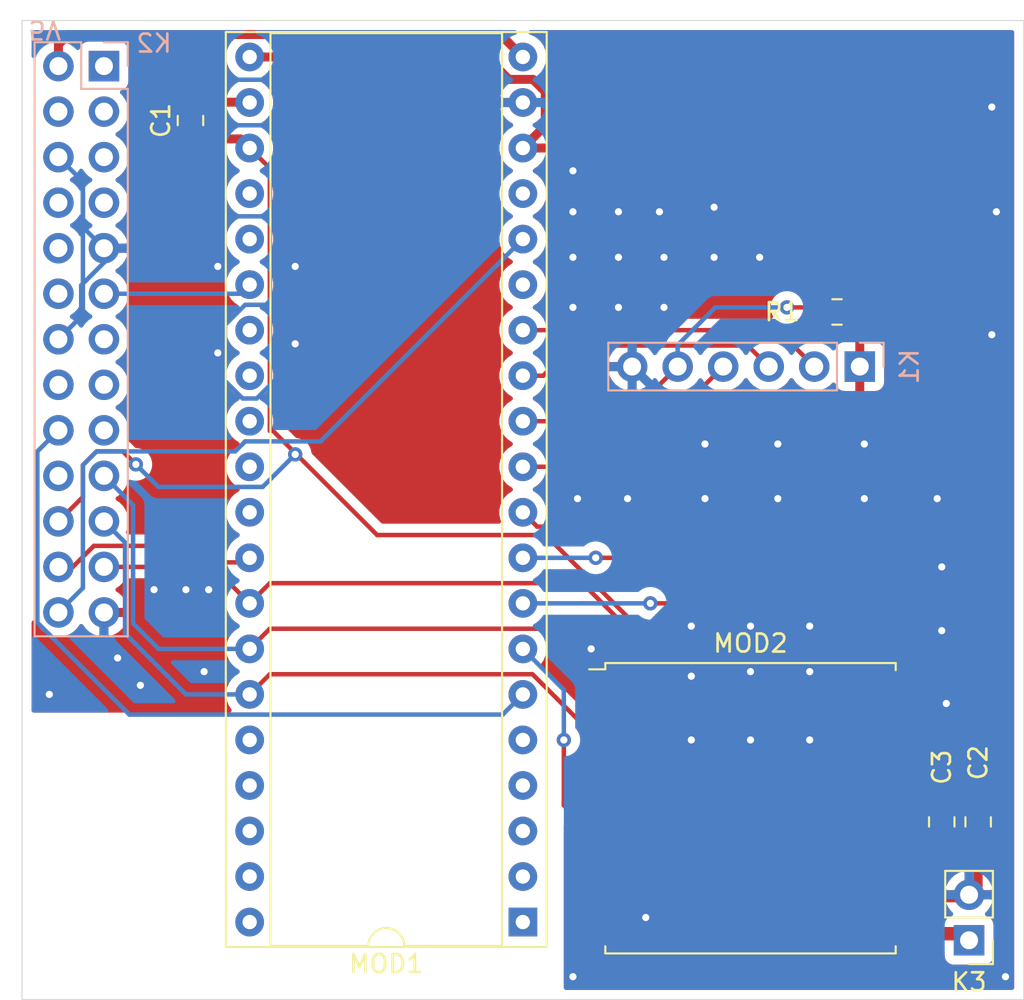
<source format=kicad_pcb>
(kicad_pcb (version 20171130) (host pcbnew "(5.1.5)-3")

  (general
    (thickness 1.6)
    (drawings 5)
    (tracks 267)
    (zones 0)
    (modules 9)
    (nets 57)
  )

  (page A4)
  (layers
    (0 F.Cu signal)
    (31 B.Cu signal)
    (32 B.Adhes user)
    (33 F.Adhes user)
    (34 B.Paste user)
    (35 F.Paste user)
    (36 B.SilkS user)
    (37 F.SilkS user)
    (38 B.Mask user)
    (39 F.Mask user)
    (40 Dwgs.User user)
    (41 Cmts.User user)
    (42 Eco1.User user)
    (43 Eco2.User user)
    (44 Edge.Cuts user)
    (45 Margin user)
    (46 B.CrtYd user)
    (47 F.CrtYd user)
    (48 B.Fab user)
    (49 F.Fab user)
  )

  (setup
    (last_trace_width 0.5)
    (user_trace_width 0.25)
    (user_trace_width 0.5)
    (user_trace_width 0.75)
    (user_trace_width 1)
    (trace_clearance 0.2)
    (zone_clearance 0.508)
    (zone_45_only no)
    (trace_min 0.2)
    (via_size 0.8)
    (via_drill 0.4)
    (via_min_size 0.4)
    (via_min_drill 0.3)
    (uvia_size 0.3)
    (uvia_drill 0.1)
    (uvias_allowed no)
    (uvia_min_size 0.2)
    (uvia_min_drill 0.1)
    (edge_width 0.05)
    (segment_width 0.2)
    (pcb_text_width 0.3)
    (pcb_text_size 1.5 1.5)
    (mod_edge_width 0.12)
    (mod_text_size 1 1)
    (mod_text_width 0.15)
    (pad_size 1.524 1.524)
    (pad_drill 0.762)
    (pad_to_mask_clearance 0.051)
    (solder_mask_min_width 0.25)
    (aux_axis_origin 0 0)
    (visible_elements FFFFFF7F)
    (pcbplotparams
      (layerselection 0x010fc_ffffffff)
      (usegerberextensions false)
      (usegerberattributes false)
      (usegerberadvancedattributes false)
      (creategerberjobfile false)
      (excludeedgelayer true)
      (linewidth 0.100000)
      (plotframeref false)
      (viasonmask false)
      (mode 1)
      (useauxorigin false)
      (hpglpennumber 1)
      (hpglpenspeed 20)
      (hpglpendiameter 15.000000)
      (psnegative false)
      (psa4output false)
      (plotreference true)
      (plotvalue true)
      (plotinvisibletext false)
      (padsonsilk false)
      (subtractmaskfromsilk false)
      (outputformat 1)
      (mirror false)
      (drillshape 1)
      (scaleselection 1)
      (outputdirectory ""))
  )

  (net 0 "")
  (net 1 "Net-(C1-Pad2)")
  (net 2 RST)
  (net 3 3V3)
  (net 4 GND)
  (net 5 SD_MISO)
  (net 6 SD_SCK)
  (net 7 SD_MOSI)
  (net 8 SD_CS0)
  (net 9 T_CS)
  (net 10 CS)
  (net 11 SCK)
  (net 12 MISO)
  (net 13 "Net-(K2-Pad20)")
  (net 14 MOSI)
  (net 15 DC)
  (net 16 "Net-(K2-Pad17)")
  (net 17 "Net-(K2-Pad16)")
  (net 18 "Net-(K2-Pad15)")
  (net 19 "Net-(K2-Pad13)")
  (net 20 "Net-(K2-Pad12)")
  (net 21 T_IRQ)
  (net 22 "Net-(K2-Pad10)")
  (net 23 "Net-(K2-Pad8)")
  (net 24 "Net-(K2-Pad7)")
  (net 25 "Net-(K2-Pad5)")
  (net 26 "Net-(K2-Pad4)")
  (net 27 "Net-(K2-Pad3)")
  (net 28 5V)
  (net 29 "Net-(K2-Pad1)")
  (net 30 "Net-(K3-Pad1)")
  (net 31 "Net-(MOD1-Pad40)")
  (net 32 "Net-(MOD1-Pad39)")
  (net 33 "Net-(MOD1-Pad38)")
  (net 34 "Net-(MOD1-Pad37)")
  (net 35 "Net-(MOD1-Pad17)")
  (net 36 "Net-(MOD1-Pad36)")
  (net 37 "Net-(MOD1-Pad15)")
  (net 38 "Net-(MOD1-Pad31)")
  (net 39 "Net-(MOD1-Pad30)")
  (net 40 D3)
  (net 41 "Net-(MOD1-Pad29)")
  (net 42 D1)
  (net 43 "Net-(MOD1-Pad28)")
  (net 44 D0)
  (net 45 "Net-(MOD1-Pad27)")
  (net 46 RFM95_CS0)
  (net 47 "Net-(MOD1-Pad25)")
  (net 48 "Net-(MOD1-Pad5)")
  (net 49 "Net-(MOD1-Pad24)")
  (net 50 "Net-(MOD1-Pad4)")
  (net 51 "Net-(MOD1-Pad3)")
  (net 52 "Net-(MOD1-Pad2)")
  (net 53 "Net-(MOD1-Pad1)")
  (net 54 "Net-(MOD2-Pad12)")
  (net 55 "Net-(MOD2-Pad11)")
  (net 56 "Net-(MOD2-Pad7)")

  (net_class Default "Dies ist die voreingestellte Netzklasse."
    (clearance 0.2)
    (trace_width 0.25)
    (via_dia 0.8)
    (via_drill 0.4)
    (uvia_dia 0.3)
    (uvia_drill 0.1)
    (add_net 3V3)
    (add_net 5V)
    (add_net CS)
    (add_net D0)
    (add_net D1)
    (add_net D3)
    (add_net DC)
    (add_net GND)
    (add_net MISO)
    (add_net MOSI)
    (add_net "Net-(C1-Pad2)")
    (add_net "Net-(K2-Pad1)")
    (add_net "Net-(K2-Pad10)")
    (add_net "Net-(K2-Pad12)")
    (add_net "Net-(K2-Pad13)")
    (add_net "Net-(K2-Pad15)")
    (add_net "Net-(K2-Pad16)")
    (add_net "Net-(K2-Pad17)")
    (add_net "Net-(K2-Pad20)")
    (add_net "Net-(K2-Pad3)")
    (add_net "Net-(K2-Pad4)")
    (add_net "Net-(K2-Pad5)")
    (add_net "Net-(K2-Pad7)")
    (add_net "Net-(K2-Pad8)")
    (add_net "Net-(K3-Pad1)")
    (add_net "Net-(MOD1-Pad1)")
    (add_net "Net-(MOD1-Pad15)")
    (add_net "Net-(MOD1-Pad17)")
    (add_net "Net-(MOD1-Pad2)")
    (add_net "Net-(MOD1-Pad24)")
    (add_net "Net-(MOD1-Pad25)")
    (add_net "Net-(MOD1-Pad27)")
    (add_net "Net-(MOD1-Pad28)")
    (add_net "Net-(MOD1-Pad29)")
    (add_net "Net-(MOD1-Pad3)")
    (add_net "Net-(MOD1-Pad30)")
    (add_net "Net-(MOD1-Pad31)")
    (add_net "Net-(MOD1-Pad36)")
    (add_net "Net-(MOD1-Pad37)")
    (add_net "Net-(MOD1-Pad38)")
    (add_net "Net-(MOD1-Pad39)")
    (add_net "Net-(MOD1-Pad4)")
    (add_net "Net-(MOD1-Pad40)")
    (add_net "Net-(MOD1-Pad5)")
    (add_net "Net-(MOD2-Pad11)")
    (add_net "Net-(MOD2-Pad12)")
    (add_net "Net-(MOD2-Pad7)")
    (add_net RFM95_CS0)
    (add_net RST)
    (add_net SCK)
    (add_net SD_CS0)
    (add_net SD_MISO)
    (add_net SD_MOSI)
    (add_net SD_SCK)
    (add_net T_CS)
    (add_net T_IRQ)
  )

  (module Resistor_SMD:R_0805_2012Metric_Pad1.15x1.40mm_HandSolder (layer F.Cu) (tedit 5B36C52B) (tstamp 5E420EB8)
    (at 192.786 86.106 180)
    (descr "Resistor SMD 0805 (2012 Metric), square (rectangular) end terminal, IPC_7351 nominal with elongated pad for handsoldering. (Body size source: https://docs.google.com/spreadsheets/d/1BsfQQcO9C6DZCsRaXUlFlo91Tg2WpOkGARC1WS5S8t0/edit?usp=sharing), generated with kicad-footprint-generator")
    (tags "resistor handsolder")
    (path /5E43C789)
    (attr smd)
    (fp_text reference R1 (at 3.057 0) (layer F.SilkS)
      (effects (font (size 1 1) (thickness 0.15)))
    )
    (fp_text value 10k (at 0 1.65) (layer F.Fab)
      (effects (font (size 1 1) (thickness 0.15)))
    )
    (fp_text user %R (at 0 0) (layer F.Fab)
      (effects (font (size 0.5 0.5) (thickness 0.08)))
    )
    (fp_line (start 1.85 0.95) (end -1.85 0.95) (layer F.CrtYd) (width 0.05))
    (fp_line (start 1.85 -0.95) (end 1.85 0.95) (layer F.CrtYd) (width 0.05))
    (fp_line (start -1.85 -0.95) (end 1.85 -0.95) (layer F.CrtYd) (width 0.05))
    (fp_line (start -1.85 0.95) (end -1.85 -0.95) (layer F.CrtYd) (width 0.05))
    (fp_line (start -0.261252 0.71) (end 0.261252 0.71) (layer F.SilkS) (width 0.12))
    (fp_line (start -0.261252 -0.71) (end 0.261252 -0.71) (layer F.SilkS) (width 0.12))
    (fp_line (start 1 0.6) (end -1 0.6) (layer F.Fab) (width 0.1))
    (fp_line (start 1 -0.6) (end 1 0.6) (layer F.Fab) (width 0.1))
    (fp_line (start -1 -0.6) (end 1 -0.6) (layer F.Fab) (width 0.1))
    (fp_line (start -1 0.6) (end -1 -0.6) (layer F.Fab) (width 0.1))
    (pad 2 smd roundrect (at 1.025 0 180) (size 1.15 1.4) (layers F.Cu F.Paste F.Mask) (roundrect_rratio 0.217391)
      (net 5 SD_MISO))
    (pad 1 smd roundrect (at -1.025 0 180) (size 1.15 1.4) (layers F.Cu F.Paste F.Mask) (roundrect_rratio 0.217391)
      (net 3 3V3))
    (model ${KISYS3DMOD}/Resistor_SMD.3dshapes/R_0805_2012Metric.wrl
      (at (xyz 0 0 0))
      (scale (xyz 1 1 1))
      (rotate (xyz 0 0 0))
    )
  )

  (module RF_Module:HOPERF_RFM9XW_SMD (layer F.Cu) (tedit 5C227243) (tstamp 5E420EA7)
    (at 187.96 113.792)
    (descr "Low Power Long Range Transceiver Module SMD-16 (https://www.hoperf.com/data/upload/portal/20181127/5bfcbea20e9ef.pdf)")
    (tags "LoRa Low Power Long Range Transceiver Module")
    (path /5E444D43)
    (attr smd)
    (fp_text reference MOD2 (at 0 -9.2) (layer F.SilkS)
      (effects (font (size 1 1) (thickness 0.15)))
    )
    (fp_text value RFM95W-868S2 (at 0 9.5) (layer F.Fab)
      (effects (font (size 1 1) (thickness 0.15)))
    )
    (fp_line (start -7 -8) (end -8 -7) (layer F.Fab) (width 0.1))
    (fp_line (start -8.1 -7.75) (end -9 -7.75) (layer F.SilkS) (width 0.12))
    (fp_line (start -8.1 -8.1) (end -8.1 -7.75) (layer F.SilkS) (width 0.12))
    (fp_line (start 8.1 8.1) (end 8.1 7.7) (layer F.SilkS) (width 0.12))
    (fp_line (start -8.1 8.1) (end 8.1 8.1) (layer F.SilkS) (width 0.12))
    (fp_line (start -8.1 7.7) (end -8.1 8.1) (layer F.SilkS) (width 0.12))
    (fp_line (start 8.1 -8.1) (end 8.1 -7.7) (layer F.SilkS) (width 0.12))
    (fp_line (start -8.1 -8.1) (end 8.1 -8.1) (layer F.SilkS) (width 0.12))
    (fp_line (start -9.25 8.25) (end -9.25 -8.25) (layer F.CrtYd) (width 0.05))
    (fp_line (start -9.25 8.25) (end 9.25 8.25) (layer F.CrtYd) (width 0.05))
    (fp_line (start 9.25 -8.25) (end 9.25 8.25) (layer F.CrtYd) (width 0.05))
    (fp_line (start -9.25 -8.25) (end 9.25 -8.25) (layer F.CrtYd) (width 0.05))
    (fp_text user %R (at 0 0) (layer F.Fab)
      (effects (font (size 1 1) (thickness 0.15)))
    )
    (fp_line (start -8 8) (end -8 -7) (layer F.Fab) (width 0.1))
    (fp_line (start -8 8) (end 8 8) (layer F.Fab) (width 0.1))
    (fp_line (start 8 8) (end 8 -8) (layer F.Fab) (width 0.1))
    (fp_line (start -7 -8) (end 8 -8) (layer F.Fab) (width 0.1))
    (pad 16 smd rect (at 8 -7) (size 2 1) (layers F.Cu F.Paste F.Mask)
      (net 40 D3))
    (pad 15 smd rect (at 8 -5) (size 2 1) (layers F.Cu F.Paste F.Mask)
      (net 42 D1))
    (pad 14 smd rect (at 8 -3) (size 2 1) (layers F.Cu F.Paste F.Mask)
      (net 44 D0))
    (pad 13 smd rect (at 8 -1) (size 2 1) (layers F.Cu F.Paste F.Mask)
      (net 3 3V3))
    (pad 12 smd rect (at 8 1) (size 2 1) (layers F.Cu F.Paste F.Mask)
      (net 54 "Net-(MOD2-Pad12)"))
    (pad 11 smd rect (at 8 3) (size 2 1) (layers F.Cu F.Paste F.Mask)
      (net 55 "Net-(MOD2-Pad11)"))
    (pad 10 smd rect (at 8 5) (size 2 1) (layers F.Cu F.Paste F.Mask)
      (net 4 GND))
    (pad 9 smd rect (at 8 7) (size 2 1) (layers F.Cu F.Paste F.Mask)
      (net 30 "Net-(K3-Pad1)"))
    (pad 8 smd rect (at -8 7) (size 2 1) (layers F.Cu F.Paste F.Mask)
      (net 4 GND))
    (pad 7 smd rect (at -8 5) (size 2 1) (layers F.Cu F.Paste F.Mask)
      (net 56 "Net-(MOD2-Pad7)"))
    (pad 6 smd rect (at -8 3) (size 2 1) (layers F.Cu F.Paste F.Mask)
      (net 2 RST))
    (pad 5 smd rect (at -8 1) (size 2 1) (layers F.Cu F.Paste F.Mask)
      (net 46 RFM95_CS0))
    (pad 4 smd rect (at -8 -1) (size 2 1) (layers F.Cu F.Paste F.Mask)
      (net 11 SCK))
    (pad 3 smd rect (at -8 -3) (size 2 1) (layers F.Cu F.Paste F.Mask)
      (net 14 MOSI))
    (pad 2 smd rect (at -8 -5) (size 2 1) (layers F.Cu F.Paste F.Mask)
      (net 12 MISO))
    (pad 1 smd rect (at -8 -7) (size 2 1) (layers F.Cu F.Paste F.Mask)
      (net 4 GND))
    (model ${KISYS3DMOD}/RF_Module.3dshapes/HOPERF_RFM9XW_SMD.wrl
      (at (xyz 0 0 0))
      (scale (xyz 1 1 1))
      (rotate (xyz 0 0 0))
    )
  )

  (module Package_DIP:DIP-40_W15.24mm_Socket (layer F.Cu) (tedit 5A02E8C5) (tstamp 5E420E82)
    (at 175.26 120.142 180)
    (descr "40-lead though-hole mounted DIP package, row spacing 15.24 mm (600 mils), Socket")
    (tags "THT DIP DIL PDIP 2.54mm 15.24mm 600mil Socket")
    (path /5E420D43)
    (fp_text reference MOD1 (at 7.62 -2.33) (layer F.SilkS)
      (effects (font (size 1 1) (thickness 0.15)))
    )
    (fp_text value ESP32-Pico-Kit (at 7.62 50.59) (layer F.Fab)
      (effects (font (size 1 1) (thickness 0.15)))
    )
    (fp_text user %R (at 7.62 24.13) (layer F.Fab)
      (effects (font (size 1 1) (thickness 0.15)))
    )
    (fp_line (start 16.8 -1.6) (end -1.55 -1.6) (layer F.CrtYd) (width 0.05))
    (fp_line (start 16.8 49.85) (end 16.8 -1.6) (layer F.CrtYd) (width 0.05))
    (fp_line (start -1.55 49.85) (end 16.8 49.85) (layer F.CrtYd) (width 0.05))
    (fp_line (start -1.55 -1.6) (end -1.55 49.85) (layer F.CrtYd) (width 0.05))
    (fp_line (start 16.57 -1.39) (end -1.33 -1.39) (layer F.SilkS) (width 0.12))
    (fp_line (start 16.57 49.65) (end 16.57 -1.39) (layer F.SilkS) (width 0.12))
    (fp_line (start -1.33 49.65) (end 16.57 49.65) (layer F.SilkS) (width 0.12))
    (fp_line (start -1.33 -1.39) (end -1.33 49.65) (layer F.SilkS) (width 0.12))
    (fp_line (start 14.08 -1.33) (end 8.62 -1.33) (layer F.SilkS) (width 0.12))
    (fp_line (start 14.08 49.59) (end 14.08 -1.33) (layer F.SilkS) (width 0.12))
    (fp_line (start 1.16 49.59) (end 14.08 49.59) (layer F.SilkS) (width 0.12))
    (fp_line (start 1.16 -1.33) (end 1.16 49.59) (layer F.SilkS) (width 0.12))
    (fp_line (start 6.62 -1.33) (end 1.16 -1.33) (layer F.SilkS) (width 0.12))
    (fp_line (start 16.51 -1.33) (end -1.27 -1.33) (layer F.Fab) (width 0.1))
    (fp_line (start 16.51 49.59) (end 16.51 -1.33) (layer F.Fab) (width 0.1))
    (fp_line (start -1.27 49.59) (end 16.51 49.59) (layer F.Fab) (width 0.1))
    (fp_line (start -1.27 -1.33) (end -1.27 49.59) (layer F.Fab) (width 0.1))
    (fp_line (start 0.255 -0.27) (end 1.255 -1.27) (layer F.Fab) (width 0.1))
    (fp_line (start 0.255 49.53) (end 0.255 -0.27) (layer F.Fab) (width 0.1))
    (fp_line (start 14.985 49.53) (end 0.255 49.53) (layer F.Fab) (width 0.1))
    (fp_line (start 14.985 -1.27) (end 14.985 49.53) (layer F.Fab) (width 0.1))
    (fp_line (start 1.255 -1.27) (end 14.985 -1.27) (layer F.Fab) (width 0.1))
    (fp_arc (start 7.62 -1.33) (end 6.62 -1.33) (angle -180) (layer F.SilkS) (width 0.12))
    (pad 40 thru_hole oval (at 15.24 0 180) (size 1.6 1.6) (drill 0.8) (layers *.Cu *.Mask)
      (net 31 "Net-(MOD1-Pad40)"))
    (pad 20 thru_hole oval (at 0 48.26 180) (size 1.6 1.6) (drill 0.8) (layers *.Cu *.Mask)
      (net 28 5V))
    (pad 39 thru_hole oval (at 15.24 2.54 180) (size 1.6 1.6) (drill 0.8) (layers *.Cu *.Mask)
      (net 32 "Net-(MOD1-Pad39)"))
    (pad 19 thru_hole oval (at 0 45.72 180) (size 1.6 1.6) (drill 0.8) (layers *.Cu *.Mask)
      (net 4 GND))
    (pad 38 thru_hole oval (at 15.24 5.08 180) (size 1.6 1.6) (drill 0.8) (layers *.Cu *.Mask)
      (net 33 "Net-(MOD1-Pad38)"))
    (pad 18 thru_hole oval (at 0 43.18 180) (size 1.6 1.6) (drill 0.8) (layers *.Cu *.Mask)
      (net 3 3V3))
    (pad 37 thru_hole oval (at 15.24 7.62 180) (size 1.6 1.6) (drill 0.8) (layers *.Cu *.Mask)
      (net 34 "Net-(MOD1-Pad37)"))
    (pad 17 thru_hole oval (at 0 40.64 180) (size 1.6 1.6) (drill 0.8) (layers *.Cu *.Mask)
      (net 35 "Net-(MOD1-Pad17)"))
    (pad 36 thru_hole oval (at 15.24 10.16 180) (size 1.6 1.6) (drill 0.8) (layers *.Cu *.Mask)
      (net 36 "Net-(MOD1-Pad36)"))
    (pad 16 thru_hole oval (at 0 38.1 180) (size 1.6 1.6) (drill 0.8) (layers *.Cu *.Mask)
      (net 9 T_CS))
    (pad 35 thru_hole oval (at 15.24 12.7 180) (size 1.6 1.6) (drill 0.8) (layers *.Cu *.Mask)
      (net 12 MISO))
    (pad 15 thru_hole oval (at 0 35.56 180) (size 1.6 1.6) (drill 0.8) (layers *.Cu *.Mask)
      (net 37 "Net-(MOD1-Pad15)"))
    (pad 34 thru_hole oval (at 15.24 15.24 180) (size 1.6 1.6) (drill 0.8) (layers *.Cu *.Mask)
      (net 14 MOSI))
    (pad 14 thru_hole oval (at 0 33.02 180) (size 1.6 1.6) (drill 0.8) (layers *.Cu *.Mask)
      (net 8 SD_CS0))
    (pad 33 thru_hole oval (at 15.24 17.78 180) (size 1.6 1.6) (drill 0.8) (layers *.Cu *.Mask)
      (net 11 SCK))
    (pad 13 thru_hole oval (at 0 30.48 180) (size 1.6 1.6) (drill 0.8) (layers *.Cu *.Mask)
      (net 7 SD_MOSI))
    (pad 32 thru_hole oval (at 15.24 20.32 180) (size 1.6 1.6) (drill 0.8) (layers *.Cu *.Mask)
      (net 10 CS))
    (pad 12 thru_hole oval (at 0 27.94 180) (size 1.6 1.6) (drill 0.8) (layers *.Cu *.Mask)
      (net 5 SD_MISO))
    (pad 31 thru_hole oval (at 15.24 22.86 180) (size 1.6 1.6) (drill 0.8) (layers *.Cu *.Mask)
      (net 38 "Net-(MOD1-Pad31)"))
    (pad 11 thru_hole oval (at 0 25.4 180) (size 1.6 1.6) (drill 0.8) (layers *.Cu *.Mask)
      (net 6 SD_SCK))
    (pad 30 thru_hole oval (at 15.24 25.4 180) (size 1.6 1.6) (drill 0.8) (layers *.Cu *.Mask)
      (net 39 "Net-(MOD1-Pad30)"))
    (pad 10 thru_hole oval (at 0 22.86 180) (size 1.6 1.6) (drill 0.8) (layers *.Cu *.Mask)
      (net 40 D3))
    (pad 29 thru_hole oval (at 15.24 27.94 180) (size 1.6 1.6) (drill 0.8) (layers *.Cu *.Mask)
      (net 41 "Net-(MOD1-Pad29)"))
    (pad 9 thru_hole oval (at 0 20.32 180) (size 1.6 1.6) (drill 0.8) (layers *.Cu *.Mask)
      (net 42 D1))
    (pad 28 thru_hole oval (at 15.24 30.48 180) (size 1.6 1.6) (drill 0.8) (layers *.Cu *.Mask)
      (net 43 "Net-(MOD1-Pad28)"))
    (pad 8 thru_hole oval (at 0 17.78 180) (size 1.6 1.6) (drill 0.8) (layers *.Cu *.Mask)
      (net 44 D0))
    (pad 27 thru_hole oval (at 15.24 33.02 180) (size 1.6 1.6) (drill 0.8) (layers *.Cu *.Mask)
      (net 45 "Net-(MOD1-Pad27)"))
    (pad 7 thru_hole oval (at 0 15.24 180) (size 1.6 1.6) (drill 0.8) (layers *.Cu *.Mask)
      (net 46 RFM95_CS0))
    (pad 26 thru_hole oval (at 15.24 35.56 180) (size 1.6 1.6) (drill 0.8) (layers *.Cu *.Mask)
      (net 21 T_IRQ))
    (pad 6 thru_hole oval (at 0 12.7 180) (size 1.6 1.6) (drill 0.8) (layers *.Cu *.Mask)
      (net 15 DC))
    (pad 25 thru_hole oval (at 15.24 38.1 180) (size 1.6 1.6) (drill 0.8) (layers *.Cu *.Mask)
      (net 47 "Net-(MOD1-Pad25)"))
    (pad 5 thru_hole oval (at 0 10.16 180) (size 1.6 1.6) (drill 0.8) (layers *.Cu *.Mask)
      (net 48 "Net-(MOD1-Pad5)"))
    (pad 24 thru_hole oval (at 15.24 40.64 180) (size 1.6 1.6) (drill 0.8) (layers *.Cu *.Mask)
      (net 49 "Net-(MOD1-Pad24)"))
    (pad 4 thru_hole oval (at 0 7.62 180) (size 1.6 1.6) (drill 0.8) (layers *.Cu *.Mask)
      (net 50 "Net-(MOD1-Pad4)"))
    (pad 23 thru_hole oval (at 15.24 43.18 180) (size 1.6 1.6) (drill 0.8) (layers *.Cu *.Mask)
      (net 2 RST))
    (pad 3 thru_hole oval (at 0 5.08 180) (size 1.6 1.6) (drill 0.8) (layers *.Cu *.Mask)
      (net 51 "Net-(MOD1-Pad3)"))
    (pad 22 thru_hole oval (at 15.24 45.72 180) (size 1.6 1.6) (drill 0.8) (layers *.Cu *.Mask)
      (net 1 "Net-(C1-Pad2)"))
    (pad 2 thru_hole oval (at 0 2.54 180) (size 1.6 1.6) (drill 0.8) (layers *.Cu *.Mask)
      (net 52 "Net-(MOD1-Pad2)"))
    (pad 21 thru_hole oval (at 15.24 48.26 180) (size 1.6 1.6) (drill 0.8) (layers *.Cu *.Mask)
      (net 3 3V3))
    (pad 1 thru_hole rect (at 0 0 180) (size 1.6 1.6) (drill 0.8) (layers *.Cu *.Mask)
      (net 53 "Net-(MOD1-Pad1)"))
    (model ${KISYS3DMOD}/Package_DIP.3dshapes/DIP-40_W15.24mm_Socket.wrl
      (at (xyz 0 0 0))
      (scale (xyz 1 1 1))
      (rotate (xyz 0 0 0))
    )
  )

  (module Connector_PinHeader_2.54mm:PinHeader_1x02_P2.54mm_Vertical (layer F.Cu) (tedit 59FED5CC) (tstamp 5E420E3E)
    (at 200.152 121.158 180)
    (descr "Through hole straight pin header, 1x02, 2.54mm pitch, single row")
    (tags "Through hole pin header THT 1x02 2.54mm single row")
    (path /5E46C709)
    (fp_text reference K3 (at 0 -2.33) (layer F.SilkS)
      (effects (font (size 1 1) (thickness 0.15)))
    )
    (fp_text value ANT (at 3.302 -1.524) (layer F.Fab)
      (effects (font (size 1 1) (thickness 0.15)))
    )
    (fp_text user %R (at 0 1.27 90) (layer F.Fab)
      (effects (font (size 1 1) (thickness 0.15)))
    )
    (fp_line (start 1.8 -1.8) (end -1.8 -1.8) (layer F.CrtYd) (width 0.05))
    (fp_line (start 1.8 4.35) (end 1.8 -1.8) (layer F.CrtYd) (width 0.05))
    (fp_line (start -1.8 4.35) (end 1.8 4.35) (layer F.CrtYd) (width 0.05))
    (fp_line (start -1.8 -1.8) (end -1.8 4.35) (layer F.CrtYd) (width 0.05))
    (fp_line (start -1.33 -1.33) (end 0 -1.33) (layer F.SilkS) (width 0.12))
    (fp_line (start -1.33 0) (end -1.33 -1.33) (layer F.SilkS) (width 0.12))
    (fp_line (start -1.33 1.27) (end 1.33 1.27) (layer F.SilkS) (width 0.12))
    (fp_line (start 1.33 1.27) (end 1.33 3.87) (layer F.SilkS) (width 0.12))
    (fp_line (start -1.33 1.27) (end -1.33 3.87) (layer F.SilkS) (width 0.12))
    (fp_line (start -1.33 3.87) (end 1.33 3.87) (layer F.SilkS) (width 0.12))
    (fp_line (start -1.27 -0.635) (end -0.635 -1.27) (layer F.Fab) (width 0.1))
    (fp_line (start -1.27 3.81) (end -1.27 -0.635) (layer F.Fab) (width 0.1))
    (fp_line (start 1.27 3.81) (end -1.27 3.81) (layer F.Fab) (width 0.1))
    (fp_line (start 1.27 -1.27) (end 1.27 3.81) (layer F.Fab) (width 0.1))
    (fp_line (start -0.635 -1.27) (end 1.27 -1.27) (layer F.Fab) (width 0.1))
    (pad 2 thru_hole oval (at 0 2.54 180) (size 1.7 1.7) (drill 1) (layers *.Cu *.Mask)
      (net 4 GND))
    (pad 1 thru_hole rect (at 0 0 180) (size 1.7 1.7) (drill 1) (layers *.Cu *.Mask)
      (net 30 "Net-(K3-Pad1)"))
    (model ${KISYS3DMOD}/Connector_PinHeader_2.54mm.3dshapes/PinHeader_1x02_P2.54mm_Vertical.wrl
      (at (xyz 0 0 0))
      (scale (xyz 1 1 1))
      (rotate (xyz 0 0 0))
    )
  )

  (module Connector_PinHeader_2.54mm:PinHeader_2x13_P2.54mm_Vertical (layer B.Cu) (tedit 59FED5CC) (tstamp 5E420E28)
    (at 151.892 72.39 180)
    (descr "Through hole straight pin header, 2x13, 2.54mm pitch, double rows")
    (tags "Through hole pin header THT 2x13 2.54mm double row")
    (path /5E425E48)
    (fp_text reference K2 (at -2.794 1.27) (layer B.SilkS)
      (effects (font (size 1 1) (thickness 0.15)) (justify mirror))
    )
    (fp_text value SPI_TFT_RPI (at 1.27 -32.81) (layer B.Fab)
      (effects (font (size 1 1) (thickness 0.15)) (justify mirror))
    )
    (fp_text user %R (at 1.27 -15.24 270) (layer B.Fab)
      (effects (font (size 1 1) (thickness 0.15)) (justify mirror))
    )
    (fp_line (start 4.35 1.8) (end -1.8 1.8) (layer B.CrtYd) (width 0.05))
    (fp_line (start 4.35 -32.25) (end 4.35 1.8) (layer B.CrtYd) (width 0.05))
    (fp_line (start -1.8 -32.25) (end 4.35 -32.25) (layer B.CrtYd) (width 0.05))
    (fp_line (start -1.8 1.8) (end -1.8 -32.25) (layer B.CrtYd) (width 0.05))
    (fp_line (start -1.33 1.33) (end 0 1.33) (layer B.SilkS) (width 0.12))
    (fp_line (start -1.33 0) (end -1.33 1.33) (layer B.SilkS) (width 0.12))
    (fp_line (start 1.27 1.33) (end 3.87 1.33) (layer B.SilkS) (width 0.12))
    (fp_line (start 1.27 -1.27) (end 1.27 1.33) (layer B.SilkS) (width 0.12))
    (fp_line (start -1.33 -1.27) (end 1.27 -1.27) (layer B.SilkS) (width 0.12))
    (fp_line (start 3.87 1.33) (end 3.87 -31.81) (layer B.SilkS) (width 0.12))
    (fp_line (start -1.33 -1.27) (end -1.33 -31.81) (layer B.SilkS) (width 0.12))
    (fp_line (start -1.33 -31.81) (end 3.87 -31.81) (layer B.SilkS) (width 0.12))
    (fp_line (start -1.27 0) (end 0 1.27) (layer B.Fab) (width 0.1))
    (fp_line (start -1.27 -31.75) (end -1.27 0) (layer B.Fab) (width 0.1))
    (fp_line (start 3.81 -31.75) (end -1.27 -31.75) (layer B.Fab) (width 0.1))
    (fp_line (start 3.81 1.27) (end 3.81 -31.75) (layer B.Fab) (width 0.1))
    (fp_line (start 0 1.27) (end 3.81 1.27) (layer B.Fab) (width 0.1))
    (pad 26 thru_hole oval (at 2.54 -30.48 180) (size 1.7 1.7) (drill 1) (layers *.Cu *.Mask)
      (net 9 T_CS))
    (pad 25 thru_hole oval (at 0 -30.48 180) (size 1.7 1.7) (drill 1) (layers *.Cu *.Mask)
      (net 4 GND))
    (pad 24 thru_hole oval (at 2.54 -27.94 180) (size 1.7 1.7) (drill 1) (layers *.Cu *.Mask)
      (net 10 CS))
    (pad 23 thru_hole oval (at 0 -27.94 180) (size 1.7 1.7) (drill 1) (layers *.Cu *.Mask)
      (net 11 SCK))
    (pad 22 thru_hole oval (at 2.54 -25.4 180) (size 1.7 1.7) (drill 1) (layers *.Cu *.Mask)
      (net 2 RST))
    (pad 21 thru_hole oval (at 0 -25.4 180) (size 1.7 1.7) (drill 1) (layers *.Cu *.Mask)
      (net 12 MISO))
    (pad 20 thru_hole oval (at 2.54 -22.86 180) (size 1.7 1.7) (drill 1) (layers *.Cu *.Mask)
      (net 13 "Net-(K2-Pad20)"))
    (pad 19 thru_hole oval (at 0 -22.86 180) (size 1.7 1.7) (drill 1) (layers *.Cu *.Mask)
      (net 14 MOSI))
    (pad 18 thru_hole oval (at 2.54 -20.32 180) (size 1.7 1.7) (drill 1) (layers *.Cu *.Mask)
      (net 15 DC))
    (pad 17 thru_hole oval (at 0 -20.32 180) (size 1.7 1.7) (drill 1) (layers *.Cu *.Mask)
      (net 16 "Net-(K2-Pad17)"))
    (pad 16 thru_hole oval (at 2.54 -17.78 180) (size 1.7 1.7) (drill 1) (layers *.Cu *.Mask)
      (net 17 "Net-(K2-Pad16)"))
    (pad 15 thru_hole oval (at 0 -17.78 180) (size 1.7 1.7) (drill 1) (layers *.Cu *.Mask)
      (net 18 "Net-(K2-Pad15)"))
    (pad 14 thru_hole oval (at 2.54 -15.24 180) (size 1.7 1.7) (drill 1) (layers *.Cu *.Mask)
      (net 4 GND))
    (pad 13 thru_hole oval (at 0 -15.24 180) (size 1.7 1.7) (drill 1) (layers *.Cu *.Mask)
      (net 19 "Net-(K2-Pad13)"))
    (pad 12 thru_hole oval (at 2.54 -12.7 180) (size 1.7 1.7) (drill 1) (layers *.Cu *.Mask)
      (net 20 "Net-(K2-Pad12)"))
    (pad 11 thru_hole oval (at 0 -12.7 180) (size 1.7 1.7) (drill 1) (layers *.Cu *.Mask)
      (net 21 T_IRQ))
    (pad 10 thru_hole oval (at 2.54 -10.16 180) (size 1.7 1.7) (drill 1) (layers *.Cu *.Mask)
      (net 22 "Net-(K2-Pad10)"))
    (pad 9 thru_hole oval (at 0 -10.16 180) (size 1.7 1.7) (drill 1) (layers *.Cu *.Mask)
      (net 4 GND))
    (pad 8 thru_hole oval (at 2.54 -7.62 180) (size 1.7 1.7) (drill 1) (layers *.Cu *.Mask)
      (net 23 "Net-(K2-Pad8)"))
    (pad 7 thru_hole oval (at 0 -7.62 180) (size 1.7 1.7) (drill 1) (layers *.Cu *.Mask)
      (net 24 "Net-(K2-Pad7)"))
    (pad 6 thru_hole oval (at 2.54 -5.08 180) (size 1.7 1.7) (drill 1) (layers *.Cu *.Mask)
      (net 4 GND))
    (pad 5 thru_hole oval (at 0 -5.08 180) (size 1.7 1.7) (drill 1) (layers *.Cu *.Mask)
      (net 25 "Net-(K2-Pad5)"))
    (pad 4 thru_hole oval (at 2.54 -2.54 180) (size 1.7 1.7) (drill 1) (layers *.Cu *.Mask)
      (net 26 "Net-(K2-Pad4)"))
    (pad 3 thru_hole oval (at 0 -2.54 180) (size 1.7 1.7) (drill 1) (layers *.Cu *.Mask)
      (net 27 "Net-(K2-Pad3)"))
    (pad 2 thru_hole oval (at 2.54 0 180) (size 1.7 1.7) (drill 1) (layers *.Cu *.Mask)
      (net 28 5V))
    (pad 1 thru_hole rect (at 0 0 180) (size 1.7 1.7) (drill 1) (layers *.Cu *.Mask)
      (net 29 "Net-(K2-Pad1)"))
    (model ${KISYS3DMOD}/Connector_PinHeader_2.54mm.3dshapes/PinHeader_2x13_P2.54mm_Vertical.wrl
      (at (xyz 0 0 0))
      (scale (xyz 1 1 1))
      (rotate (xyz 0 0 0))
    )
  )

  (module Connector_PinSocket_2.54mm:PinSocket_1x06_P2.54mm_Vertical (layer B.Cu) (tedit 5A19A430) (tstamp 5E420DF8)
    (at 194.056 89.154 90)
    (descr "Through hole straight socket strip, 1x06, 2.54mm pitch, single row (from Kicad 4.0.7), script generated")
    (tags "Through hole socket strip THT 1x06 2.54mm single row")
    (path /5E4343FF)
    (fp_text reference K1 (at 0 2.77 90) (layer B.SilkS)
      (effects (font (size 1 1) (thickness 0.15)) (justify mirror))
    )
    (fp_text value SD-Card (at 0 -15.47 90) (layer B.Fab)
      (effects (font (size 1 1) (thickness 0.15)) (justify mirror))
    )
    (fp_text user %R (at 0 -6.35 180) (layer B.Fab)
      (effects (font (size 1 1) (thickness 0.15)) (justify mirror))
    )
    (fp_line (start -1.8 -14.45) (end -1.8 1.8) (layer B.CrtYd) (width 0.05))
    (fp_line (start 1.75 -14.45) (end -1.8 -14.45) (layer B.CrtYd) (width 0.05))
    (fp_line (start 1.75 1.8) (end 1.75 -14.45) (layer B.CrtYd) (width 0.05))
    (fp_line (start -1.8 1.8) (end 1.75 1.8) (layer B.CrtYd) (width 0.05))
    (fp_line (start 0 1.33) (end 1.33 1.33) (layer B.SilkS) (width 0.12))
    (fp_line (start 1.33 1.33) (end 1.33 0) (layer B.SilkS) (width 0.12))
    (fp_line (start 1.33 -1.27) (end 1.33 -14.03) (layer B.SilkS) (width 0.12))
    (fp_line (start -1.33 -14.03) (end 1.33 -14.03) (layer B.SilkS) (width 0.12))
    (fp_line (start -1.33 -1.27) (end -1.33 -14.03) (layer B.SilkS) (width 0.12))
    (fp_line (start -1.33 -1.27) (end 1.33 -1.27) (layer B.SilkS) (width 0.12))
    (fp_line (start -1.27 -13.97) (end -1.27 1.27) (layer B.Fab) (width 0.1))
    (fp_line (start 1.27 -13.97) (end -1.27 -13.97) (layer B.Fab) (width 0.1))
    (fp_line (start 1.27 0.635) (end 1.27 -13.97) (layer B.Fab) (width 0.1))
    (fp_line (start 0.635 1.27) (end 1.27 0.635) (layer B.Fab) (width 0.1))
    (fp_line (start -1.27 1.27) (end 0.635 1.27) (layer B.Fab) (width 0.1))
    (pad 6 thru_hole oval (at 0 -12.7 90) (size 1.7 1.7) (drill 1) (layers *.Cu *.Mask)
      (net 4 GND))
    (pad 5 thru_hole oval (at 0 -10.16 90) (size 1.7 1.7) (drill 1) (layers *.Cu *.Mask)
      (net 5 SD_MISO))
    (pad 4 thru_hole oval (at 0 -7.62 90) (size 1.7 1.7) (drill 1) (layers *.Cu *.Mask)
      (net 6 SD_SCK))
    (pad 3 thru_hole oval (at 0 -5.08 90) (size 1.7 1.7) (drill 1) (layers *.Cu *.Mask)
      (net 7 SD_MOSI))
    (pad 2 thru_hole oval (at 0 -2.54 90) (size 1.7 1.7) (drill 1) (layers *.Cu *.Mask)
      (net 8 SD_CS0))
    (pad 1 thru_hole rect (at 0 0 90) (size 1.7 1.7) (drill 1) (layers *.Cu *.Mask)
      (net 3 3V3))
    (model ${KISYS3DMOD}/Connector_PinSocket_2.54mm.3dshapes/PinSocket_1x06_P2.54mm_Vertical.wrl
      (at (xyz 0 0 0))
      (scale (xyz 1 1 1))
      (rotate (xyz 0 0 0))
    )
  )

  (module Capacitor_SMD:C_0805_2012Metric_Pad1.15x1.40mm_HandSolder (layer F.Cu) (tedit 5B36C52B) (tstamp 5E420DDE)
    (at 198.628 114.554 90)
    (descr "Capacitor SMD 0805 (2012 Metric), square (rectangular) end terminal, IPC_7351 nominal with elongated pad for handsoldering. (Body size source: https://docs.google.com/spreadsheets/d/1BsfQQcO9C6DZCsRaXUlFlo91Tg2WpOkGARC1WS5S8t0/edit?usp=sharing), generated with kicad-footprint-generator")
    (tags "capacitor handsolder")
    (path /5E47AB50)
    (attr smd)
    (fp_text reference C3 (at 3.048 0 90) (layer F.SilkS)
      (effects (font (size 1 1) (thickness 0.15)))
    )
    (fp_text value 100nF (at 4.318 0 90) (layer F.Fab)
      (effects (font (size 1 1) (thickness 0.15)))
    )
    (fp_text user %R (at 0 0 90) (layer F.Fab)
      (effects (font (size 0.5 0.5) (thickness 0.08)))
    )
    (fp_line (start 1.85 0.95) (end -1.85 0.95) (layer F.CrtYd) (width 0.05))
    (fp_line (start 1.85 -0.95) (end 1.85 0.95) (layer F.CrtYd) (width 0.05))
    (fp_line (start -1.85 -0.95) (end 1.85 -0.95) (layer F.CrtYd) (width 0.05))
    (fp_line (start -1.85 0.95) (end -1.85 -0.95) (layer F.CrtYd) (width 0.05))
    (fp_line (start -0.261252 0.71) (end 0.261252 0.71) (layer F.SilkS) (width 0.12))
    (fp_line (start -0.261252 -0.71) (end 0.261252 -0.71) (layer F.SilkS) (width 0.12))
    (fp_line (start 1 0.6) (end -1 0.6) (layer F.Fab) (width 0.1))
    (fp_line (start 1 -0.6) (end 1 0.6) (layer F.Fab) (width 0.1))
    (fp_line (start -1 -0.6) (end 1 -0.6) (layer F.Fab) (width 0.1))
    (fp_line (start -1 0.6) (end -1 -0.6) (layer F.Fab) (width 0.1))
    (pad 2 smd roundrect (at 1.025 0 90) (size 1.15 1.4) (layers F.Cu F.Paste F.Mask) (roundrect_rratio 0.217391)
      (net 3 3V3))
    (pad 1 smd roundrect (at -1.025 0 90) (size 1.15 1.4) (layers F.Cu F.Paste F.Mask) (roundrect_rratio 0.217391)
      (net 4 GND))
    (model ${KISYS3DMOD}/Capacitor_SMD.3dshapes/C_0805_2012Metric.wrl
      (at (xyz 0 0 0))
      (scale (xyz 1 1 1))
      (rotate (xyz 0 0 0))
    )
  )

  (module Capacitor_SMD:C_0805_2012Metric_Pad1.15x1.40mm_HandSolder (layer F.Cu) (tedit 5B36C52B) (tstamp 5E420DCD)
    (at 200.66 114.554 90)
    (descr "Capacitor SMD 0805 (2012 Metric), square (rectangular) end terminal, IPC_7351 nominal with elongated pad for handsoldering. (Body size source: https://docs.google.com/spreadsheets/d/1BsfQQcO9C6DZCsRaXUlFlo91Tg2WpOkGARC1WS5S8t0/edit?usp=sharing), generated with kicad-footprint-generator")
    (tags "capacitor handsolder")
    (path /5E4714DD)
    (attr smd)
    (fp_text reference C2 (at 3.302 0 90) (layer F.SilkS)
      (effects (font (size 1 1) (thickness 0.15)))
    )
    (fp_text value 10uF (at 3.81 0 90) (layer F.Fab)
      (effects (font (size 1 1) (thickness 0.15)))
    )
    (fp_text user %R (at 0 0 90) (layer F.Fab)
      (effects (font (size 0.5 0.5) (thickness 0.08)))
    )
    (fp_line (start 1.85 0.95) (end -1.85 0.95) (layer F.CrtYd) (width 0.05))
    (fp_line (start 1.85 -0.95) (end 1.85 0.95) (layer F.CrtYd) (width 0.05))
    (fp_line (start -1.85 -0.95) (end 1.85 -0.95) (layer F.CrtYd) (width 0.05))
    (fp_line (start -1.85 0.95) (end -1.85 -0.95) (layer F.CrtYd) (width 0.05))
    (fp_line (start -0.261252 0.71) (end 0.261252 0.71) (layer F.SilkS) (width 0.12))
    (fp_line (start -0.261252 -0.71) (end 0.261252 -0.71) (layer F.SilkS) (width 0.12))
    (fp_line (start 1 0.6) (end -1 0.6) (layer F.Fab) (width 0.1))
    (fp_line (start 1 -0.6) (end 1 0.6) (layer F.Fab) (width 0.1))
    (fp_line (start -1 -0.6) (end 1 -0.6) (layer F.Fab) (width 0.1))
    (fp_line (start -1 0.6) (end -1 -0.6) (layer F.Fab) (width 0.1))
    (pad 2 smd roundrect (at 1.025 0 90) (size 1.15 1.4) (layers F.Cu F.Paste F.Mask) (roundrect_rratio 0.217391)
      (net 3 3V3))
    (pad 1 smd roundrect (at -1.025 0 90) (size 1.15 1.4) (layers F.Cu F.Paste F.Mask) (roundrect_rratio 0.217391)
      (net 4 GND))
    (model ${KISYS3DMOD}/Capacitor_SMD.3dshapes/C_0805_2012Metric.wrl
      (at (xyz 0 0 0))
      (scale (xyz 1 1 1))
      (rotate (xyz 0 0 0))
    )
  )

  (module Capacitor_SMD:C_0805_2012Metric_Pad1.15x1.40mm_HandSolder (layer F.Cu) (tedit 5B36C52B) (tstamp 5E420DBC)
    (at 156.718 75.429 90)
    (descr "Capacitor SMD 0805 (2012 Metric), square (rectangular) end terminal, IPC_7351 nominal with elongated pad for handsoldering. (Body size source: https://docs.google.com/spreadsheets/d/1BsfQQcO9C6DZCsRaXUlFlo91Tg2WpOkGARC1WS5S8t0/edit?usp=sharing), generated with kicad-footprint-generator")
    (tags "capacitor handsolder")
    (path /5E4319EB)
    (attr smd)
    (fp_text reference C1 (at 0 -1.65 90) (layer F.SilkS)
      (effects (font (size 1 1) (thickness 0.15)))
    )
    (fp_text value 10uF (at -4.073 0 90) (layer F.Fab)
      (effects (font (size 1 1) (thickness 0.15)))
    )
    (fp_text user %R (at 0 0 90) (layer F.Fab)
      (effects (font (size 0.5 0.5) (thickness 0.08)))
    )
    (fp_line (start 1.85 0.95) (end -1.85 0.95) (layer F.CrtYd) (width 0.05))
    (fp_line (start 1.85 -0.95) (end 1.85 0.95) (layer F.CrtYd) (width 0.05))
    (fp_line (start -1.85 -0.95) (end 1.85 -0.95) (layer F.CrtYd) (width 0.05))
    (fp_line (start -1.85 0.95) (end -1.85 -0.95) (layer F.CrtYd) (width 0.05))
    (fp_line (start -0.261252 0.71) (end 0.261252 0.71) (layer F.SilkS) (width 0.12))
    (fp_line (start -0.261252 -0.71) (end 0.261252 -0.71) (layer F.SilkS) (width 0.12))
    (fp_line (start 1 0.6) (end -1 0.6) (layer F.Fab) (width 0.1))
    (fp_line (start 1 -0.6) (end 1 0.6) (layer F.Fab) (width 0.1))
    (fp_line (start -1 -0.6) (end 1 -0.6) (layer F.Fab) (width 0.1))
    (fp_line (start -1 0.6) (end -1 -0.6) (layer F.Fab) (width 0.1))
    (pad 2 smd roundrect (at 1.025 0 90) (size 1.15 1.4) (layers F.Cu F.Paste F.Mask) (roundrect_rratio 0.217391)
      (net 1 "Net-(C1-Pad2)"))
    (pad 1 smd roundrect (at -1.025 0 90) (size 1.15 1.4) (layers F.Cu F.Paste F.Mask) (roundrect_rratio 0.217391)
      (net 2 RST))
    (model ${KISYS3DMOD}/Capacitor_SMD.3dshapes/C_0805_2012Metric.wrl
      (at (xyz 0 0 0))
      (scale (xyz 1 1 1))
      (rotate (xyz 0 0 0))
    )
  )

  (gr_line (start 147.32 124.46) (end 203.2 124.46) (layer Edge.Cuts) (width 0.05) (tstamp 5E424E97))
  (gr_line (start 147.32 69.85) (end 147.32 124.46) (layer Edge.Cuts) (width 0.05))
  (gr_line (start 203.2 69.85) (end 147.32 69.85) (layer Edge.Cuts) (width 0.05))
  (gr_line (start 203.2 124.46) (end 203.2 69.85) (layer Edge.Cuts) (width 0.05))
  (gr_text 5V (at 148.59 70.358 180) (layer B.SilkS) (tstamp 5E422319)
    (effects (font (size 1 1) (thickness 0.15)) (justify mirror))
  )

  (segment (start 160.002 74.404) (end 160.02 74.422) (width 0.5) (layer F.Cu) (net 1))
  (segment (start 156.718 74.404) (end 160.002 74.404) (width 0.5) (layer F.Cu) (net 1))
  (segment (start 159.512 76.454) (end 160.02 76.962) (width 0.5) (layer F.Cu) (net 2))
  (segment (start 156.718 76.454) (end 159.512 76.454) (width 0.5) (layer F.Cu) (net 2))
  (segment (start 161.145001 78.087001) (end 160.819999 77.761999) (width 0.25) (layer F.Cu) (net 2))
  (segment (start 161.145001 92.742001) (end 161.145001 78.087001) (width 0.25) (layer F.Cu) (net 2))
  (segment (start 160.819999 77.761999) (end 160.02 76.962) (width 0.25) (layer F.Cu) (net 2))
  (segment (start 150.716999 94.647001) (end 151.478999 93.885001) (width 0.25) (layer F.Cu) (net 2))
  (segment (start 150.716999 96.425001) (end 150.716999 94.647001) (width 0.25) (layer F.Cu) (net 2))
  (segment (start 149.352 97.79) (end 150.716999 96.425001) (width 0.25) (layer F.Cu) (net 2))
  (segment (start 183.526018 105.545198) (end 176.53282 98.552) (width 0.25) (layer F.Cu) (net 2))
  (segment (start 183.526018 114.475982) (end 183.526018 105.545198) (width 0.25) (layer F.Cu) (net 2))
  (segment (start 179.96 116.792) (end 181.21 116.792) (width 0.25) (layer F.Cu) (net 2))
  (segment (start 181.21 116.792) (end 183.526018 114.475982) (width 0.25) (layer F.Cu) (net 2))
  (segment (start 161.145001 92.565001) (end 161.145001 92.456) (width 0.25) (layer F.Cu) (net 2))
  (segment (start 176.53282 98.552) (end 167.132 98.552) (width 0.25) (layer F.Cu) (net 2))
  (segment (start 167.132 98.552) (end 161.145001 92.565001) (width 0.25) (layer F.Cu) (net 2))
  (via (at 153.67 94.610001) (size 0.8) (drill 0.4) (layers F.Cu B.Cu) (net 2))
  (segment (start 151.478999 93.885001) (end 152.945 93.885001) (width 0.25) (layer F.Cu) (net 2))
  (segment (start 152.945 93.885001) (end 153.67 94.610001) (width 0.25) (layer F.Cu) (net 2))
  (segment (start 160.745 95.867001) (end 162.56 94.052001) (width 0.25) (layer B.Cu) (net 2))
  (via (at 162.56 94.052001) (size 0.8) (drill 0.4) (layers F.Cu B.Cu) (net 2))
  (segment (start 153.67 94.610001) (end 154.927 95.867001) (width 0.25) (layer B.Cu) (net 2))
  (segment (start 154.927 95.867001) (end 160.745 95.867001) (width 0.25) (layer B.Cu) (net 2))
  (segment (start 198.628 112.954) (end 198.628 113.529) (width 0.25) (layer F.Cu) (net 3))
  (segment (start 198.466 112.792) (end 198.628 112.954) (width 0.25) (layer F.Cu) (net 3))
  (segment (start 195.96 112.792) (end 198.466 112.792) (width 0.25) (layer F.Cu) (net 3))
  (segment (start 199.203 113.529) (end 200.66 113.529) (width 0.25) (layer F.Cu) (net 3))
  (segment (start 198.466 112.792) (end 199.203 113.529) (width 0.25) (layer F.Cu) (net 3))
  (segment (start 194.056 86.351) (end 193.811 86.106) (width 0.5) (layer F.Cu) (net 3))
  (segment (start 194.056 89.154) (end 194.056 86.351) (width 0.5) (layer F.Cu) (net 3))
  (segment (start 176.39137 76.962) (end 175.26 76.962) (width 0.5) (layer F.Cu) (net 3))
  (segment (start 185.367 76.962) (end 176.39137 76.962) (width 0.5) (layer F.Cu) (net 3))
  (segment (start 193.811 85.406) (end 185.367 76.962) (width 0.5) (layer F.Cu) (net 3))
  (segment (start 193.811 86.106) (end 193.811 85.406) (width 0.5) (layer F.Cu) (net 3))
  (segment (start 200.66 94.408) (end 198.454 92.202) (width 0.5) (layer F.Cu) (net 3))
  (segment (start 200.66 113.529) (end 200.66 94.408) (width 0.5) (layer F.Cu) (net 3))
  (segment (start 198.454 92.202) (end 195.326 92.202) (width 0.5) (layer F.Cu) (net 3))
  (segment (start 194.056 90.932) (end 194.056 89.154) (width 0.5) (layer F.Cu) (net 3))
  (segment (start 195.326 92.202) (end 194.056 90.932) (width 0.5) (layer F.Cu) (net 3))
  (segment (start 200.66 113.529) (end 198.628 113.529) (width 0.5) (layer F.Cu) (net 3))
  (segment (start 197.891 112.792) (end 198.628 113.529) (width 0.5) (layer F.Cu) (net 3))
  (segment (start 195.96 112.792) (end 197.891 112.792) (width 0.5) (layer F.Cu) (net 3))
  (segment (start 175.820003 73.132001) (end 174.478001 73.132001) (width 0.5) (layer F.Cu) (net 3))
  (segment (start 176.510001 73.821999) (end 175.820003 73.132001) (width 0.5) (layer F.Cu) (net 3))
  (segment (start 175.26 76.962) (end 176.510001 75.711999) (width 0.5) (layer F.Cu) (net 3))
  (segment (start 176.510001 75.711999) (end 176.510001 73.821999) (width 0.5) (layer F.Cu) (net 3))
  (segment (start 173.228 71.882) (end 160.02 71.882) (width 0.5) (layer F.Cu) (net 3))
  (segment (start 174.478001 73.132001) (end 173.228 71.882) (width 0.5) (layer F.Cu) (net 3))
  (segment (start 198.628 116.154) (end 198.628 115.579) (width 0.5) (layer F.Cu) (net 4))
  (segment (start 198.628 117.624) (end 198.628 116.154) (width 0.5) (layer F.Cu) (net 4))
  (segment (start 197.46 118.792) (end 198.628 117.624) (width 0.5) (layer F.Cu) (net 4))
  (segment (start 195.96 118.792) (end 197.46 118.792) (width 0.5) (layer F.Cu) (net 4))
  (segment (start 200.66 115.579) (end 198.628 115.579) (width 0.5) (layer F.Cu) (net 4))
  (segment (start 200.66 118.11) (end 200.152 118.618) (width 0.5) (layer F.Cu) (net 4))
  (segment (start 200.66 115.579) (end 200.66 118.11) (width 0.5) (layer F.Cu) (net 4))
  (segment (start 199.978 118.792) (end 200.152 118.618) (width 0.5) (layer F.Cu) (net 4))
  (segment (start 195.96 118.792) (end 199.978 118.792) (width 0.5) (layer F.Cu) (net 4))
  (segment (start 181.46 120.792) (end 179.96 120.792) (width 0.5) (layer F.Cu) (net 4))
  (segment (start 192.46 120.792) (end 181.46 120.792) (width 0.5) (layer F.Cu) (net 4))
  (segment (start 194.46 118.792) (end 192.46 120.792) (width 0.5) (layer F.Cu) (net 4))
  (segment (start 195.96 118.792) (end 194.46 118.792) (width 0.5) (layer F.Cu) (net 4))
  (via (at 179.07 104.902) (size 0.8) (drill 0.4) (layers F.Cu B.Cu) (net 4))
  (segment (start 179.96 106.792) (end 179.96 105.792) (width 0.5) (layer F.Cu) (net 4))
  (segment (start 179.96 105.792) (end 179.07 104.902) (width 0.5) (layer F.Cu) (net 4))
  (segment (start 179.07 104.902) (end 182.118 107.95) (width 0.5) (layer B.Cu) (net 4))
  (via (at 182.118 119.888) (size 0.8) (drill 0.4) (layers F.Cu B.Cu) (net 4))
  (segment (start 182.118 107.95) (end 182.118 119.888) (width 0.5) (layer B.Cu) (net 4))
  (segment (start 183.214 118.792) (end 195.96 118.792) (width 0.5) (layer F.Cu) (net 4))
  (segment (start 182.118 119.888) (end 183.214 118.792) (width 0.5) (layer F.Cu) (net 4))
  (segment (start 181.490001 104.502001) (end 183.642 102.350002) (width 0.5) (layer B.Cu) (net 4))
  (segment (start 179.07 104.902) (end 179.469999 104.502001) (width 0.5) (layer B.Cu) (net 4))
  (segment (start 179.469999 104.502001) (end 181.490001 104.502001) (width 0.5) (layer B.Cu) (net 4))
  (segment (start 183.642 91.44) (end 181.356 89.154) (width 0.5) (layer B.Cu) (net 4))
  (segment (start 183.642 102.350002) (end 183.642 91.44) (width 0.5) (layer B.Cu) (net 4))
  (segment (start 181.356 87.951919) (end 181.356 89.154) (width 0.5) (layer B.Cu) (net 4))
  (segment (start 181.356 79.38663) (end 181.356 87.951919) (width 0.5) (layer B.Cu) (net 4))
  (segment (start 176.39137 74.422) (end 181.356 79.38663) (width 0.5) (layer B.Cu) (net 4))
  (segment (start 175.26 74.422) (end 176.39137 74.422) (width 0.5) (layer B.Cu) (net 4))
  (via (at 178.054 78.232) (size 0.8) (drill 0.4) (layers F.Cu B.Cu) (net 4))
  (via (at 178.054 80.518) (size 0.8) (drill 0.4) (layers F.Cu B.Cu) (net 4))
  (via (at 178.054 83.058) (size 0.8) (drill 0.4) (layers F.Cu B.Cu) (net 4))
  (via (at 178.054 85.852) (size 0.8) (drill 0.4) (layers F.Cu B.Cu) (net 4))
  (via (at 180.594 85.852) (size 0.8) (drill 0.4) (layers F.Cu B.Cu) (net 4))
  (via (at 180.594 83.058) (size 0.8) (drill 0.4) (layers F.Cu B.Cu) (net 4))
  (via (at 180.594 80.518) (size 0.8) (drill 0.4) (layers F.Cu B.Cu) (net 4))
  (via (at 182.88 80.518) (size 0.8) (drill 0.4) (layers F.Cu B.Cu) (net 4))
  (via (at 183.134 83.058) (size 0.8) (drill 0.4) (layers F.Cu B.Cu) (net 4))
  (via (at 183.134 85.852) (size 0.8) (drill 0.4) (layers F.Cu B.Cu) (net 4))
  (via (at 185.928 83.058) (size 0.8) (drill 0.4) (layers F.Cu B.Cu) (net 4))
  (via (at 185.928 80.264) (size 0.8) (drill 0.4) (layers F.Cu B.Cu) (net 4))
  (via (at 188.468 83.058) (size 0.8) (drill 0.4) (layers F.Cu B.Cu) (net 4))
  (via (at 178.308 96.52) (size 0.8) (drill 0.4) (layers F.Cu B.Cu) (net 4))
  (via (at 181.102 96.52) (size 0.8) (drill 0.4) (layers F.Cu B.Cu) (net 4))
  (via (at 185.42 96.52) (size 0.8) (drill 0.4) (layers F.Cu B.Cu) (net 4))
  (via (at 189.484 96.52) (size 0.8) (drill 0.4) (layers F.Cu B.Cu) (net 4))
  (via (at 194.31 96.52) (size 0.8) (drill 0.4) (layers F.Cu B.Cu) (net 4))
  (via (at 198.374 96.52) (size 0.8) (drill 0.4) (layers F.Cu B.Cu) (net 4))
  (via (at 198.628 100.33) (size 0.8) (drill 0.4) (layers F.Cu B.Cu) (net 4))
  (via (at 198.628 103.886) (size 0.8) (drill 0.4) (layers F.Cu B.Cu) (net 4))
  (via (at 198.882 107.95) (size 0.8) (drill 0.4) (layers F.Cu B.Cu) (net 4))
  (via (at 189.484 93.472) (size 0.8) (drill 0.4) (layers F.Cu B.Cu) (net 4))
  (via (at 194.31 93.472) (size 0.8) (drill 0.4) (layers F.Cu B.Cu) (net 4))
  (via (at 185.42 93.472) (size 0.8) (drill 0.4) (layers F.Cu B.Cu) (net 4))
  (via (at 191.262 103.632) (size 0.8) (drill 0.4) (layers F.Cu B.Cu) (net 4))
  (via (at 184.658 103.632) (size 0.8) (drill 0.4) (layers F.Cu B.Cu) (net 4))
  (via (at 184.658 106.426) (size 0.8) (drill 0.4) (layers F.Cu B.Cu) (net 4))
  (via (at 184.658 109.982) (size 0.8) (drill 0.4) (layers F.Cu B.Cu) (net 4))
  (via (at 187.96 109.982) (size 0.8) (drill 0.4) (layers F.Cu B.Cu) (net 4))
  (via (at 191.262 109.982) (size 0.8) (drill 0.4) (layers F.Cu B.Cu) (net 4))
  (via (at 187.96 106.172) (size 0.8) (drill 0.4) (layers F.Cu B.Cu) (net 4))
  (via (at 191.262 106.172) (size 0.8) (drill 0.4) (layers F.Cu B.Cu) (net 4))
  (via (at 187.96 103.632) (size 0.8) (drill 0.4) (layers F.Cu B.Cu) (net 4))
  (via (at 178.054 123.19) (size 0.8) (drill 0.4) (layers F.Cu B.Cu) (net 4))
  (via (at 202.184 123.19) (size 0.8) (drill 0.4) (layers F.Cu B.Cu) (net 4))
  (via (at 201.422 74.676) (size 0.8) (drill 0.4) (layers F.Cu B.Cu) (net 4))
  (via (at 201.676 80.518) (size 0.8) (drill 0.4) (layers F.Cu B.Cu) (net 4))
  (via (at 201.422 87.376) (size 0.8) (drill 0.4) (layers F.Cu B.Cu) (net 4))
  (via (at 158.242 83.566) (size 0.8) (drill 0.4) (layers F.Cu B.Cu) (net 4))
  (via (at 162.56 83.566) (size 0.8) (drill 0.4) (layers F.Cu B.Cu) (net 4))
  (via (at 162.56 87.884) (size 0.8) (drill 0.4) (layers F.Cu B.Cu) (net 4))
  (via (at 158.242 88.392) (size 0.8) (drill 0.4) (layers F.Cu B.Cu) (net 4))
  (via (at 157.734 101.6) (size 0.8) (drill 0.4) (layers F.Cu B.Cu) (net 4))
  (via (at 156.464 101.6) (size 0.8) (drill 0.4) (layers F.Cu B.Cu) (net 4))
  (via (at 154.686 101.6) (size 0.8) (drill 0.4) (layers F.Cu B.Cu) (net 4))
  (via (at 152.654 105.41) (size 0.8) (drill 0.4) (layers F.Cu B.Cu) (net 4))
  (via (at 153.924 106.934) (size 0.8) (drill 0.4) (layers F.Cu B.Cu) (net 4))
  (via (at 148.844 107.442) (size 0.8) (drill 0.4) (layers F.Cu B.Cu) (net 4))
  (via (at 157.48 106.172) (size 0.8) (drill 0.4) (layers F.Cu B.Cu) (net 4))
  (segment (start 158.242 89.549002) (end 159.624998 90.932) (width 0.25) (layer B.Cu) (net 4))
  (segment (start 158.242 88.392) (end 158.242 89.549002) (width 0.25) (layer B.Cu) (net 4))
  (segment (start 162.56 88.449685) (end 162.56 87.884) (width 0.25) (layer B.Cu) (net 4))
  (segment (start 162.56 88.787002) (end 162.56 88.449685) (width 0.25) (layer B.Cu) (net 4))
  (segment (start 160.415002 90.932) (end 162.56 88.787002) (width 0.25) (layer B.Cu) (net 4))
  (segment (start 159.624998 90.932) (end 160.415002 90.932) (width 0.25) (layer B.Cu) (net 4))
  (segment (start 162.56 84.131685) (end 162.56 83.566) (width 0.25) (layer B.Cu) (net 4))
  (segment (start 160.984684 85.707001) (end 162.56 84.131685) (width 0.25) (layer B.Cu) (net 4))
  (segment (start 159.769997 85.707001) (end 160.984684 85.707001) (width 0.25) (layer B.Cu) (net 4))
  (segment (start 158.641999 86.834999) (end 159.769997 85.707001) (width 0.25) (layer B.Cu) (net 4))
  (segment (start 158.641999 87.992001) (end 158.641999 86.834999) (width 0.25) (layer B.Cu) (net 4))
  (segment (start 158.242 88.392) (end 158.641999 87.992001) (width 0.25) (layer B.Cu) (net 4))
  (segment (start 162.56 81.788) (end 162.56 83.566) (width 0.25) (layer B.Cu) (net 4))
  (segment (start 157.842001 83.166001) (end 157.842001 81.679999) (width 0.25) (layer B.Cu) (net 4))
  (segment (start 158.242 83.566) (end 157.842001 83.166001) (width 0.25) (layer B.Cu) (net 4))
  (segment (start 158.75 80.772) (end 161.544 80.772) (width 0.25) (layer B.Cu) (net 4))
  (segment (start 157.842001 81.679999) (end 158.75 80.772) (width 0.25) (layer B.Cu) (net 4))
  (segment (start 161.544 80.772) (end 162.56 81.788) (width 0.25) (layer B.Cu) (net 4))
  (segment (start 161.544 72.898) (end 161.29 73.152) (width 0.25) (layer B.Cu) (net 4))
  (segment (start 161.29 73.152) (end 159.004 73.152) (width 0.25) (layer B.Cu) (net 4))
  (segment (start 159.004 73.152) (end 158.242 72.39) (width 0.25) (layer B.Cu) (net 4))
  (segment (start 161.544 75.692) (end 159.004 75.692) (width 0.25) (layer B.Cu) (net 4))
  (segment (start 162.56 83.566) (end 162.56 76.708) (width 0.25) (layer B.Cu) (net 4))
  (segment (start 159.004 75.692) (end 158.242 74.93) (width 0.25) (layer B.Cu) (net 4))
  (segment (start 162.56 76.708) (end 161.544 75.692) (width 0.25) (layer B.Cu) (net 4))
  (segment (start 151.042001 81.700001) (end 151.892 82.55) (width 0.25) (layer B.Cu) (net 4))
  (segment (start 150.716999 81.374999) (end 151.042001 81.700001) (width 0.25) (layer B.Cu) (net 4))
  (segment (start 150.716999 78.834999) (end 150.716999 81.374999) (width 0.25) (layer B.Cu) (net 4))
  (segment (start 150.622 86.36) (end 150.201999 86.780001) (width 0.25) (layer B.Cu) (net 4))
  (segment (start 150.201999 86.780001) (end 149.352 87.63) (width 0.25) (layer B.Cu) (net 4))
  (segment (start 150.622 84.620998) (end 150.622 86.36) (width 0.25) (layer B.Cu) (net 4))
  (segment (start 151.892 83.350998) (end 150.622 84.620998) (width 0.25) (layer B.Cu) (net 4))
  (segment (start 151.892 82.55) (end 151.892 83.350998) (width 0.25) (layer B.Cu) (net 4))
  (segment (start 150.201999 78.319999) (end 149.352 77.47) (width 0.25) (layer B.Cu) (net 4))
  (segment (start 150.716999 78.834999) (end 150.201999 78.319999) (width 0.25) (layer B.Cu) (net 4))
  (segment (start 150.716999 86.265001) (end 150.716999 78.834999) (width 0.25) (layer B.Cu) (net 4))
  (segment (start 149.352 87.63) (end 150.716999 86.265001) (width 0.25) (layer B.Cu) (net 4))
  (segment (start 180.848 92.202) (end 175.26 92.202) (width 0.25) (layer F.Cu) (net 5))
  (segment (start 183.896 89.154) (end 180.848 92.202) (width 0.25) (layer F.Cu) (net 5))
  (segment (start 183.896 87.951919) (end 185.995919 85.852) (width 0.25) (layer B.Cu) (net 5))
  (segment (start 183.896 89.154) (end 183.896 87.951919) (width 0.25) (layer B.Cu) (net 5))
  (via (at 189.992 85.852) (size 0.8) (drill 0.4) (layers F.Cu B.Cu) (net 5))
  (segment (start 185.995919 85.852) (end 189.992 85.852) (width 0.25) (layer B.Cu) (net 5))
  (segment (start 191.507 85.852) (end 191.761 86.106) (width 0.25) (layer F.Cu) (net 5))
  (segment (start 189.992 85.852) (end 191.507 85.852) (width 0.25) (layer F.Cu) (net 5))
  (segment (start 180.848 94.742) (end 175.26 94.742) (width 0.25) (layer F.Cu) (net 6))
  (segment (start 186.436 89.154) (end 180.848 94.742) (width 0.25) (layer F.Cu) (net 6))
  (segment (start 188.126001 88.304001) (end 188.976 89.154) (width 0.25) (layer F.Cu) (net 7))
  (segment (start 187.800999 87.978999) (end 188.126001 88.304001) (width 0.25) (layer F.Cu) (net 7))
  (segment (start 178.074371 87.978999) (end 187.800999 87.978999) (width 0.25) (layer F.Cu) (net 7))
  (segment (start 176.39137 89.662) (end 178.074371 87.978999) (width 0.25) (layer F.Cu) (net 7))
  (segment (start 175.26 89.662) (end 176.39137 89.662) (width 0.25) (layer F.Cu) (net 7))
  (segment (start 189.484 87.122) (end 175.26 87.122) (width 0.25) (layer F.Cu) (net 8))
  (segment (start 191.516 89.154) (end 189.484 87.122) (width 0.25) (layer F.Cu) (net 8))
  (segment (start 174.460001 82.841999) (end 175.26 82.042) (width 0.25) (layer B.Cu) (net 9))
  (segment (start 163.974999 93.327001) (end 174.460001 82.841999) (width 0.25) (layer B.Cu) (net 9))
  (segment (start 159.769997 93.327001) (end 163.974999 93.327001) (width 0.25) (layer B.Cu) (net 9))
  (segment (start 159.211997 93.885001) (end 159.769997 93.327001) (width 0.25) (layer B.Cu) (net 9))
  (segment (start 151.478999 93.885001) (end 159.211997 93.885001) (width 0.25) (layer B.Cu) (net 9))
  (segment (start 150.716999 101.505001) (end 150.716999 94.647001) (width 0.25) (layer B.Cu) (net 9))
  (segment (start 150.716999 94.647001) (end 151.478999 93.885001) (width 0.25) (layer B.Cu) (net 9))
  (segment (start 149.352 102.87) (end 150.716999 101.505001) (width 0.25) (layer B.Cu) (net 9))
  (segment (start 150.152998 100.33) (end 151.327999 99.154999) (width 0.25) (layer F.Cu) (net 10))
  (segment (start 149.352 100.33) (end 150.152998 100.33) (width 0.25) (layer F.Cu) (net 10))
  (segment (start 159.766 100.076) (end 160.02 99.822) (width 0.25) (layer F.Cu) (net 10))
  (segment (start 151.327999 99.154999) (end 157.449409 99.154999) (width 0.25) (layer F.Cu) (net 10))
  (segment (start 158.37041 100.076) (end 159.766 100.076) (width 0.25) (layer F.Cu) (net 10))
  (segment (start 157.449409 99.154999) (end 158.37041 100.076) (width 0.25) (layer F.Cu) (net 10))
  (segment (start 157.988 100.33) (end 160.02 102.362) (width 0.25) (layer F.Cu) (net 11))
  (segment (start 151.892 100.33) (end 157.988 100.33) (width 0.25) (layer F.Cu) (net 11))
  (segment (start 161.145001 101.236999) (end 160.819999 101.562001) (width 0.25) (layer F.Cu) (net 11))
  (segment (start 178.581409 101.236999) (end 161.145001 101.236999) (width 0.25) (layer F.Cu) (net 11))
  (segment (start 183.076009 105.731599) (end 178.581409 101.236999) (width 0.25) (layer F.Cu) (net 11))
  (segment (start 183.07601 110.92599) (end 183.076009 105.731599) (width 0.25) (layer F.Cu) (net 11))
  (segment (start 181.21 112.792) (end 183.07601 110.92599) (width 0.25) (layer F.Cu) (net 11))
  (segment (start 160.819999 101.562001) (end 160.02 102.362) (width 0.25) (layer F.Cu) (net 11))
  (segment (start 179.96 112.792) (end 181.21 112.792) (width 0.25) (layer F.Cu) (net 11))
  (segment (start 153.067001 98.965001) (end 153.067001 104.045001) (width 0.25) (layer B.Cu) (net 12))
  (segment (start 151.892 97.79) (end 153.067001 98.965001) (width 0.25) (layer B.Cu) (net 12))
  (segment (start 156.464 107.442) (end 160.02 107.442) (width 0.25) (layer B.Cu) (net 12))
  (segment (start 153.067001 104.045001) (end 156.464 107.442) (width 0.25) (layer B.Cu) (net 12))
  (segment (start 160.819999 106.642001) (end 160.02 107.442) (width 0.25) (layer F.Cu) (net 12))
  (segment (start 161.145001 106.316999) (end 160.819999 106.642001) (width 0.25) (layer F.Cu) (net 12))
  (segment (start 175.800001 106.316999) (end 161.145001 106.316999) (width 0.25) (layer F.Cu) (net 12))
  (segment (start 178.275002 108.792) (end 175.800001 106.316999) (width 0.25) (layer F.Cu) (net 12))
  (segment (start 179.96 108.792) (end 178.275002 108.792) (width 0.25) (layer F.Cu) (net 12))
  (segment (start 160.02 104.902) (end 154.94 104.902) (width 0.25) (layer B.Cu) (net 14))
  (segment (start 152.741999 96.099999) (end 151.892 95.25) (width 0.25) (layer B.Cu) (net 14))
  (segment (start 153.517011 96.875011) (end 152.741999 96.099999) (width 0.25) (layer B.Cu) (net 14))
  (segment (start 153.517011 103.479011) (end 153.517011 96.875011) (width 0.25) (layer B.Cu) (net 14))
  (segment (start 154.94 104.902) (end 153.517011 103.479011) (width 0.25) (layer B.Cu) (net 14))
  (segment (start 161.145001 103.776999) (end 180.484999 103.776999) (width 0.25) (layer F.Cu) (net 14))
  (segment (start 160.02 104.902) (end 161.145001 103.776999) (width 0.25) (layer F.Cu) (net 14))
  (segment (start 180.484999 103.776999) (end 182.626 105.918) (width 0.25) (layer F.Cu) (net 14))
  (segment (start 181.21 110.792) (end 179.96 110.792) (width 0.25) (layer F.Cu) (net 14))
  (segment (start 182.626 109.376) (end 181.21 110.792) (width 0.25) (layer F.Cu) (net 14))
  (segment (start 182.626 105.918) (end 182.626 109.376) (width 0.25) (layer F.Cu) (net 14))
  (segment (start 174.460001 108.241999) (end 175.26 107.442) (width 0.25) (layer B.Cu) (net 15))
  (segment (start 174.134999 108.567001) (end 174.460001 108.241999) (width 0.25) (layer B.Cu) (net 15))
  (segment (start 148.176999 103.434001) (end 153.309999 108.567001) (width 0.25) (layer B.Cu) (net 15))
  (segment (start 148.176999 93.885001) (end 148.176999 103.434001) (width 0.25) (layer B.Cu) (net 15))
  (segment (start 153.309999 108.567001) (end 174.134999 108.567001) (width 0.25) (layer B.Cu) (net 15))
  (segment (start 149.352 92.71) (end 148.176999 93.885001) (width 0.25) (layer B.Cu) (net 15))
  (segment (start 159.512 85.09) (end 160.02 84.582) (width 0.25) (layer B.Cu) (net 21))
  (segment (start 151.892 85.09) (end 159.512 85.09) (width 0.25) (layer B.Cu) (net 21))
  (segment (start 174.009999 70.631999) (end 174.460001 71.082001) (width 0.5) (layer F.Cu) (net 28))
  (segment (start 174.460001 71.082001) (end 175.26 71.882) (width 0.5) (layer F.Cu) (net 28))
  (segment (start 149.90792 70.631999) (end 174.009999 70.631999) (width 0.5) (layer F.Cu) (net 28))
  (segment (start 149.352 71.187919) (end 149.90792 70.631999) (width 0.5) (layer F.Cu) (net 28))
  (segment (start 149.352 72.39) (end 149.352 71.187919) (width 0.5) (layer F.Cu) (net 28))
  (segment (start 199.786 120.792) (end 200.152 121.158) (width 0.75) (layer F.Cu) (net 30))
  (segment (start 195.96 120.792) (end 199.786 120.792) (width 0.75) (layer F.Cu) (net 30))
  (segment (start 176.059999 98.081999) (end 191.553999 98.081999) (width 0.25) (layer F.Cu) (net 40))
  (segment (start 175.26 97.282) (end 176.059999 98.081999) (width 0.25) (layer F.Cu) (net 40))
  (segment (start 195.96 102.488) (end 195.96 106.792) (width 0.25) (layer F.Cu) (net 40))
  (segment (start 191.553999 98.081999) (end 195.96 102.488) (width 0.25) (layer F.Cu) (net 40))
  (segment (start 175.26 99.822) (end 176.39137 99.822) (width 0.25) (layer B.Cu) (net 42))
  (via (at 179.324 99.822) (size 0.8) (drill 0.4) (layers F.Cu B.Cu) (net 42))
  (segment (start 176.39137 99.822) (end 179.324 99.822) (width 0.25) (layer B.Cu) (net 42))
  (segment (start 179.324 99.822) (end 191.516 99.822) (width 0.25) (layer F.Cu) (net 42))
  (segment (start 191.516 99.822) (end 193.802 102.108) (width 0.25) (layer F.Cu) (net 42))
  (segment (start 194.71 108.792) (end 195.96 108.792) (width 0.25) (layer F.Cu) (net 42))
  (segment (start 193.802 107.884) (end 194.71 108.792) (width 0.25) (layer F.Cu) (net 42))
  (segment (start 193.802 102.108) (end 193.802 107.884) (width 0.25) (layer F.Cu) (net 42))
  (segment (start 194.71 110.792) (end 192.532 108.614) (width 0.25) (layer F.Cu) (net 44))
  (segment (start 195.96 110.792) (end 194.71 110.792) (width 0.25) (layer F.Cu) (net 44))
  (segment (start 192.532 108.614) (end 192.532 103.124) (width 0.25) (layer F.Cu) (net 44))
  (via (at 182.372 102.362) (size 0.8) (drill 0.4) (layers F.Cu B.Cu) (net 44))
  (segment (start 192.532 103.124) (end 191.77 102.362) (width 0.25) (layer F.Cu) (net 44))
  (segment (start 191.77 102.362) (end 182.372 102.362) (width 0.25) (layer F.Cu) (net 44))
  (segment (start 182.372 102.362) (end 175.26 102.362) (width 0.25) (layer B.Cu) (net 44))
  (via (at 177.546 109.982) (size 0.8) (drill 0.4) (layers F.Cu B.Cu) (net 46))
  (segment (start 179.96 114.792) (end 178.71 114.792) (width 0.25) (layer F.Cu) (net 46))
  (segment (start 177.546 113.628) (end 177.546 109.982) (width 0.25) (layer F.Cu) (net 46))
  (segment (start 178.71 114.792) (end 177.546 113.628) (width 0.25) (layer F.Cu) (net 46))
  (segment (start 176.059999 105.701999) (end 175.26 104.902) (width 0.25) (layer B.Cu) (net 46))
  (segment (start 177.546 107.188) (end 176.059999 105.701999) (width 0.25) (layer B.Cu) (net 46))
  (segment (start 177.546 109.982) (end 177.546 107.188) (width 0.25) (layer B.Cu) (net 46))

  (zone (net 4) (net_name GND) (layer B.Cu) (tstamp 5E425689) (hatch edge 0.508)
    (connect_pads (clearance 0.508))
    (min_thickness 0.254)
    (fill yes (arc_segments 32) (thermal_gap 0.508) (thermal_bridge_width 0.508))
    (polygon
      (pts
        (xy 203.2 124.46) (xy 177.546 124.46) (xy 177.546 108.458) (xy 147.32 108.458) (xy 147.32 69.85)
        (xy 203.2 69.85)
      )
    )
    (filled_polygon
      (pts
        (xy 174.580273 70.61032) (xy 174.345241 70.767363) (xy 174.145363 70.967241) (xy 173.98832 71.202273) (xy 173.880147 71.463426)
        (xy 173.825 71.740665) (xy 173.825 72.023335) (xy 173.880147 72.300574) (xy 173.98832 72.561727) (xy 174.145363 72.796759)
        (xy 174.345241 72.996637) (xy 174.580273 73.15368) (xy 174.590865 73.158067) (xy 174.404869 73.269615) (xy 174.196481 73.458586)
        (xy 174.028963 73.68458) (xy 173.908754 73.938913) (xy 173.868096 74.072961) (xy 173.990085 74.295) (xy 175.133 74.295)
        (xy 175.133 74.275) (xy 175.387 74.275) (xy 175.387 74.295) (xy 176.529915 74.295) (xy 176.651904 74.072961)
        (xy 176.611246 73.938913) (xy 176.491037 73.68458) (xy 176.323519 73.458586) (xy 176.115131 73.269615) (xy 175.929135 73.158067)
        (xy 175.939727 73.15368) (xy 176.174759 72.996637) (xy 176.374637 72.796759) (xy 176.53168 72.561727) (xy 176.639853 72.300574)
        (xy 176.695 72.023335) (xy 176.695 71.740665) (xy 176.639853 71.463426) (xy 176.53168 71.202273) (xy 176.374637 70.967241)
        (xy 176.174759 70.767363) (xy 175.939727 70.61032) (xy 175.697533 70.51) (xy 202.540001 70.51) (xy 202.54 123.8)
        (xy 177.673 123.8) (xy 177.673 120.308) (xy 198.663928 120.308) (xy 198.663928 122.008) (xy 198.676188 122.132482)
        (xy 198.712498 122.25218) (xy 198.771463 122.362494) (xy 198.850815 122.459185) (xy 198.947506 122.538537) (xy 199.05782 122.597502)
        (xy 199.177518 122.633812) (xy 199.302 122.646072) (xy 201.002 122.646072) (xy 201.126482 122.633812) (xy 201.24618 122.597502)
        (xy 201.356494 122.538537) (xy 201.453185 122.459185) (xy 201.532537 122.362494) (xy 201.591502 122.25218) (xy 201.627812 122.132482)
        (xy 201.640072 122.008) (xy 201.640072 120.308) (xy 201.627812 120.183518) (xy 201.591502 120.06382) (xy 201.532537 119.953506)
        (xy 201.453185 119.856815) (xy 201.356494 119.777463) (xy 201.24618 119.718498) (xy 201.165534 119.694034) (xy 201.249588 119.618269)
        (xy 201.423641 119.38492) (xy 201.548825 119.122099) (xy 201.593476 118.97489) (xy 201.472155 118.745) (xy 200.279 118.745)
        (xy 200.279 118.765) (xy 200.025 118.765) (xy 200.025 118.745) (xy 198.831845 118.745) (xy 198.710524 118.97489)
        (xy 198.755175 119.122099) (xy 198.880359 119.38492) (xy 199.054412 119.618269) (xy 199.138466 119.694034) (xy 199.05782 119.718498)
        (xy 198.947506 119.777463) (xy 198.850815 119.856815) (xy 198.771463 119.953506) (xy 198.712498 120.06382) (xy 198.676188 120.183518)
        (xy 198.663928 120.308) (xy 177.673 120.308) (xy 177.673 118.26111) (xy 198.710524 118.26111) (xy 198.831845 118.491)
        (xy 200.025 118.491) (xy 200.025 117.297186) (xy 200.279 117.297186) (xy 200.279 118.491) (xy 201.472155 118.491)
        (xy 201.593476 118.26111) (xy 201.548825 118.113901) (xy 201.423641 117.85108) (xy 201.249588 117.617731) (xy 201.033355 117.422822)
        (xy 200.783252 117.273843) (xy 200.508891 117.176519) (xy 200.279 117.297186) (xy 200.025 117.297186) (xy 199.795109 117.176519)
        (xy 199.520748 117.273843) (xy 199.270645 117.422822) (xy 199.054412 117.617731) (xy 198.880359 117.85108) (xy 198.755175 118.113901)
        (xy 198.710524 118.26111) (xy 177.673 118.26111) (xy 177.673 111.012015) (xy 177.847898 110.977226) (xy 178.036256 110.899205)
        (xy 178.205774 110.785937) (xy 178.349937 110.641774) (xy 178.463205 110.472256) (xy 178.541226 110.283898) (xy 178.581 110.083939)
        (xy 178.581 109.880061) (xy 178.541226 109.680102) (xy 178.463205 109.491744) (xy 178.349937 109.322226) (xy 178.306 109.278289)
        (xy 178.306 107.225325) (xy 178.309676 107.188) (xy 178.306 107.150675) (xy 178.306 107.150667) (xy 178.295003 107.039014)
        (xy 178.251546 106.895753) (xy 178.180974 106.763724) (xy 178.086001 106.647999) (xy 178.057003 106.624201) (xy 176.658688 105.225887)
        (xy 176.695 105.043335) (xy 176.695 104.760665) (xy 176.639853 104.483426) (xy 176.53168 104.222273) (xy 176.374637 103.987241)
        (xy 176.174759 103.787363) (xy 175.942241 103.632) (xy 176.174759 103.476637) (xy 176.374637 103.276759) (xy 176.478043 103.122)
        (xy 181.668289 103.122) (xy 181.712226 103.165937) (xy 181.881744 103.279205) (xy 182.070102 103.357226) (xy 182.270061 103.397)
        (xy 182.473939 103.397) (xy 182.673898 103.357226) (xy 182.862256 103.279205) (xy 183.031774 103.165937) (xy 183.175937 103.021774)
        (xy 183.289205 102.852256) (xy 183.367226 102.663898) (xy 183.407 102.463939) (xy 183.407 102.260061) (xy 183.367226 102.060102)
        (xy 183.289205 101.871744) (xy 183.175937 101.702226) (xy 183.031774 101.558063) (xy 182.862256 101.444795) (xy 182.673898 101.366774)
        (xy 182.473939 101.327) (xy 182.270061 101.327) (xy 182.070102 101.366774) (xy 181.881744 101.444795) (xy 181.712226 101.558063)
        (xy 181.668289 101.602) (xy 176.478043 101.602) (xy 176.374637 101.447241) (xy 176.174759 101.247363) (xy 175.942241 101.092)
        (xy 176.174759 100.936637) (xy 176.374637 100.736759) (xy 176.478043 100.582) (xy 178.620289 100.582) (xy 178.664226 100.625937)
        (xy 178.833744 100.739205) (xy 179.022102 100.817226) (xy 179.222061 100.857) (xy 179.425939 100.857) (xy 179.625898 100.817226)
        (xy 179.814256 100.739205) (xy 179.983774 100.625937) (xy 180.127937 100.481774) (xy 180.241205 100.312256) (xy 180.319226 100.123898)
        (xy 180.359 99.923939) (xy 180.359 99.720061) (xy 180.319226 99.520102) (xy 180.241205 99.331744) (xy 180.127937 99.162226)
        (xy 179.983774 99.018063) (xy 179.814256 98.904795) (xy 179.625898 98.826774) (xy 179.425939 98.787) (xy 179.222061 98.787)
        (xy 179.022102 98.826774) (xy 178.833744 98.904795) (xy 178.664226 99.018063) (xy 178.620289 99.062) (xy 176.478043 99.062)
        (xy 176.374637 98.907241) (xy 176.174759 98.707363) (xy 175.942241 98.552) (xy 176.174759 98.396637) (xy 176.374637 98.196759)
        (xy 176.53168 97.961727) (xy 176.639853 97.700574) (xy 176.695 97.423335) (xy 176.695 97.140665) (xy 176.639853 96.863426)
        (xy 176.53168 96.602273) (xy 176.374637 96.367241) (xy 176.174759 96.167363) (xy 175.942241 96.012) (xy 176.174759 95.856637)
        (xy 176.374637 95.656759) (xy 176.53168 95.421727) (xy 176.639853 95.160574) (xy 176.695 94.883335) (xy 176.695 94.600665)
        (xy 176.639853 94.323426) (xy 176.53168 94.062273) (xy 176.374637 93.827241) (xy 176.174759 93.627363) (xy 175.942241 93.472)
        (xy 176.174759 93.316637) (xy 176.374637 93.116759) (xy 176.53168 92.881727) (xy 176.639853 92.620574) (xy 176.695 92.343335)
        (xy 176.695 92.060665) (xy 176.639853 91.783426) (xy 176.53168 91.522273) (xy 176.374637 91.287241) (xy 176.174759 91.087363)
        (xy 175.942241 90.932) (xy 176.174759 90.776637) (xy 176.374637 90.576759) (xy 176.53168 90.341727) (xy 176.639853 90.080574)
        (xy 176.695 89.803335) (xy 176.695 89.520665) (xy 176.693056 89.510891) (xy 179.914519 89.510891) (xy 180.011843 89.785252)
        (xy 180.160822 90.035355) (xy 180.355731 90.251588) (xy 180.58908 90.425641) (xy 180.851901 90.550825) (xy 180.99911 90.595476)
        (xy 181.229 90.474155) (xy 181.229 89.281) (xy 180.035186 89.281) (xy 179.914519 89.510891) (xy 176.693056 89.510891)
        (xy 176.639853 89.243426) (xy 176.53168 88.982273) (xy 176.407958 88.797109) (xy 179.914519 88.797109) (xy 180.035186 89.027)
        (xy 181.229 89.027) (xy 181.229 87.833845) (xy 181.483 87.833845) (xy 181.483 89.027) (xy 181.503 89.027)
        (xy 181.503 89.281) (xy 181.483 89.281) (xy 181.483 90.474155) (xy 181.71289 90.595476) (xy 181.860099 90.550825)
        (xy 182.12292 90.425641) (xy 182.356269 90.251588) (xy 182.551178 90.035355) (xy 182.620805 89.918466) (xy 182.742525 90.100632)
        (xy 182.949368 90.307475) (xy 183.192589 90.46999) (xy 183.462842 90.581932) (xy 183.74974 90.639) (xy 184.04226 90.639)
        (xy 184.329158 90.581932) (xy 184.599411 90.46999) (xy 184.842632 90.307475) (xy 185.049475 90.100632) (xy 185.166 89.92624)
        (xy 185.282525 90.100632) (xy 185.489368 90.307475) (xy 185.732589 90.46999) (xy 186.002842 90.581932) (xy 186.28974 90.639)
        (xy 186.58226 90.639) (xy 186.869158 90.581932) (xy 187.139411 90.46999) (xy 187.382632 90.307475) (xy 187.589475 90.100632)
        (xy 187.706 89.92624) (xy 187.822525 90.100632) (xy 188.029368 90.307475) (xy 188.272589 90.46999) (xy 188.542842 90.581932)
        (xy 188.82974 90.639) (xy 189.12226 90.639) (xy 189.409158 90.581932) (xy 189.679411 90.46999) (xy 189.922632 90.307475)
        (xy 190.129475 90.100632) (xy 190.246 89.92624) (xy 190.362525 90.100632) (xy 190.569368 90.307475) (xy 190.812589 90.46999)
        (xy 191.082842 90.581932) (xy 191.36974 90.639) (xy 191.66226 90.639) (xy 191.949158 90.581932) (xy 192.219411 90.46999)
        (xy 192.462632 90.307475) (xy 192.594487 90.17562) (xy 192.616498 90.24818) (xy 192.675463 90.358494) (xy 192.754815 90.455185)
        (xy 192.851506 90.534537) (xy 192.96182 90.593502) (xy 193.081518 90.629812) (xy 193.206 90.642072) (xy 194.906 90.642072)
        (xy 195.030482 90.629812) (xy 195.15018 90.593502) (xy 195.260494 90.534537) (xy 195.357185 90.455185) (xy 195.436537 90.358494)
        (xy 195.495502 90.24818) (xy 195.531812 90.128482) (xy 195.544072 90.004) (xy 195.544072 88.304) (xy 195.531812 88.179518)
        (xy 195.495502 88.05982) (xy 195.436537 87.949506) (xy 195.357185 87.852815) (xy 195.260494 87.773463) (xy 195.15018 87.714498)
        (xy 195.030482 87.678188) (xy 194.906 87.665928) (xy 193.206 87.665928) (xy 193.081518 87.678188) (xy 192.96182 87.714498)
        (xy 192.851506 87.773463) (xy 192.754815 87.852815) (xy 192.675463 87.949506) (xy 192.616498 88.05982) (xy 192.594487 88.13238)
        (xy 192.462632 88.000525) (xy 192.219411 87.83801) (xy 191.949158 87.726068) (xy 191.66226 87.669) (xy 191.36974 87.669)
        (xy 191.082842 87.726068) (xy 190.812589 87.83801) (xy 190.569368 88.000525) (xy 190.362525 88.207368) (xy 190.246 88.38176)
        (xy 190.129475 88.207368) (xy 189.922632 88.000525) (xy 189.679411 87.83801) (xy 189.409158 87.726068) (xy 189.12226 87.669)
        (xy 188.82974 87.669) (xy 188.542842 87.726068) (xy 188.272589 87.83801) (xy 188.029368 88.000525) (xy 187.822525 88.207368)
        (xy 187.706 88.38176) (xy 187.589475 88.207368) (xy 187.382632 88.000525) (xy 187.139411 87.83801) (xy 186.869158 87.726068)
        (xy 186.58226 87.669) (xy 186.28974 87.669) (xy 186.002842 87.726068) (xy 185.732589 87.83801) (xy 185.489368 88.000525)
        (xy 185.282525 88.207368) (xy 185.166 88.38176) (xy 185.049475 88.207368) (xy 184.882414 88.040307) (xy 186.310721 86.612)
        (xy 189.288289 86.612) (xy 189.332226 86.655937) (xy 189.501744 86.769205) (xy 189.690102 86.847226) (xy 189.890061 86.887)
        (xy 190.093939 86.887) (xy 190.293898 86.847226) (xy 190.482256 86.769205) (xy 190.651774 86.655937) (xy 190.795937 86.511774)
        (xy 190.909205 86.342256) (xy 190.987226 86.153898) (xy 191.027 85.953939) (xy 191.027 85.750061) (xy 190.987226 85.550102)
        (xy 190.909205 85.361744) (xy 190.795937 85.192226) (xy 190.651774 85.048063) (xy 190.482256 84.934795) (xy 190.293898 84.856774)
        (xy 190.093939 84.817) (xy 189.890061 84.817) (xy 189.690102 84.856774) (xy 189.501744 84.934795) (xy 189.332226 85.048063)
        (xy 189.288289 85.092) (xy 186.033242 85.092) (xy 185.995919 85.088324) (xy 185.958596 85.092) (xy 185.958586 85.092)
        (xy 185.846933 85.102997) (xy 185.703672 85.146454) (xy 185.571642 85.217026) (xy 185.488002 85.285668) (xy 185.455918 85.311999)
        (xy 185.43212 85.340997) (xy 183.384998 87.38812) (xy 183.356 87.411918) (xy 183.332202 87.440916) (xy 183.332201 87.440917)
        (xy 183.261026 87.527643) (xy 183.190454 87.659673) (xy 183.173824 87.714498) (xy 183.155938 87.773463) (xy 183.146998 87.802934)
        (xy 183.140088 87.87309) (xy 182.949368 88.000525) (xy 182.742525 88.207368) (xy 182.620805 88.389534) (xy 182.551178 88.272645)
        (xy 182.356269 88.056412) (xy 182.12292 87.882359) (xy 181.860099 87.757175) (xy 181.71289 87.712524) (xy 181.483 87.833845)
        (xy 181.229 87.833845) (xy 180.99911 87.712524) (xy 180.851901 87.757175) (xy 180.58908 87.882359) (xy 180.355731 88.056412)
        (xy 180.160822 88.272645) (xy 180.011843 88.522748) (xy 179.914519 88.797109) (xy 176.407958 88.797109) (xy 176.374637 88.747241)
        (xy 176.174759 88.547363) (xy 175.942241 88.392) (xy 176.174759 88.236637) (xy 176.374637 88.036759) (xy 176.53168 87.801727)
        (xy 176.639853 87.540574) (xy 176.695 87.263335) (xy 176.695 86.980665) (xy 176.639853 86.703426) (xy 176.53168 86.442273)
        (xy 176.374637 86.207241) (xy 176.174759 86.007363) (xy 175.942241 85.852) (xy 176.174759 85.696637) (xy 176.374637 85.496759)
        (xy 176.53168 85.261727) (xy 176.639853 85.000574) (xy 176.695 84.723335) (xy 176.695 84.440665) (xy 176.639853 84.163426)
        (xy 176.53168 83.902273) (xy 176.374637 83.667241) (xy 176.174759 83.467363) (xy 175.942241 83.312) (xy 176.174759 83.156637)
        (xy 176.374637 82.956759) (xy 176.53168 82.721727) (xy 176.639853 82.460574) (xy 176.695 82.183335) (xy 176.695 81.900665)
        (xy 176.639853 81.623426) (xy 176.53168 81.362273) (xy 176.374637 81.127241) (xy 176.174759 80.927363) (xy 175.942241 80.772)
        (xy 176.174759 80.616637) (xy 176.374637 80.416759) (xy 176.53168 80.181727) (xy 176.639853 79.920574) (xy 176.695 79.643335)
        (xy 176.695 79.360665) (xy 176.639853 79.083426) (xy 176.53168 78.822273) (xy 176.374637 78.587241) (xy 176.174759 78.387363)
        (xy 175.942241 78.232) (xy 176.174759 78.076637) (xy 176.374637 77.876759) (xy 176.53168 77.641727) (xy 176.639853 77.380574)
        (xy 176.695 77.103335) (xy 176.695 76.820665) (xy 176.639853 76.543426) (xy 176.53168 76.282273) (xy 176.374637 76.047241)
        (xy 176.174759 75.847363) (xy 175.939727 75.69032) (xy 175.929135 75.685933) (xy 176.115131 75.574385) (xy 176.323519 75.385414)
        (xy 176.491037 75.15942) (xy 176.611246 74.905087) (xy 176.651904 74.771039) (xy 176.529915 74.549) (xy 175.387 74.549)
        (xy 175.387 74.569) (xy 175.133 74.569) (xy 175.133 74.549) (xy 173.990085 74.549) (xy 173.868096 74.771039)
        (xy 173.908754 74.905087) (xy 174.028963 75.15942) (xy 174.196481 75.385414) (xy 174.404869 75.574385) (xy 174.590865 75.685933)
        (xy 174.580273 75.69032) (xy 174.345241 75.847363) (xy 174.145363 76.047241) (xy 173.98832 76.282273) (xy 173.880147 76.543426)
        (xy 173.825 76.820665) (xy 173.825 77.103335) (xy 173.880147 77.380574) (xy 173.98832 77.641727) (xy 174.145363 77.876759)
        (xy 174.345241 78.076637) (xy 174.577759 78.232) (xy 174.345241 78.387363) (xy 174.145363 78.587241) (xy 173.98832 78.822273)
        (xy 173.880147 79.083426) (xy 173.825 79.360665) (xy 173.825 79.643335) (xy 173.880147 79.920574) (xy 173.98832 80.181727)
        (xy 174.145363 80.416759) (xy 174.345241 80.616637) (xy 174.577759 80.772) (xy 174.345241 80.927363) (xy 174.145363 81.127241)
        (xy 173.98832 81.362273) (xy 173.880147 81.623426) (xy 173.825 81.900665) (xy 173.825 82.183335) (xy 173.861312 82.365886)
        (xy 163.660198 92.567001) (xy 161.410509 92.567001) (xy 161.455 92.343335) (xy 161.455 92.060665) (xy 161.399853 91.783426)
        (xy 161.29168 91.522273) (xy 161.134637 91.287241) (xy 160.934759 91.087363) (xy 160.702241 90.932) (xy 160.934759 90.776637)
        (xy 161.134637 90.576759) (xy 161.29168 90.341727) (xy 161.399853 90.080574) (xy 161.455 89.803335) (xy 161.455 89.520665)
        (xy 161.399853 89.243426) (xy 161.29168 88.982273) (xy 161.134637 88.747241) (xy 160.934759 88.547363) (xy 160.702241 88.392)
        (xy 160.934759 88.236637) (xy 161.134637 88.036759) (xy 161.29168 87.801727) (xy 161.399853 87.540574) (xy 161.455 87.263335)
        (xy 161.455 86.980665) (xy 161.399853 86.703426) (xy 161.29168 86.442273) (xy 161.134637 86.207241) (xy 160.934759 86.007363)
        (xy 160.702241 85.852) (xy 160.934759 85.696637) (xy 161.134637 85.496759) (xy 161.29168 85.261727) (xy 161.399853 85.000574)
        (xy 161.455 84.723335) (xy 161.455 84.440665) (xy 161.399853 84.163426) (xy 161.29168 83.902273) (xy 161.134637 83.667241)
        (xy 160.934759 83.467363) (xy 160.702241 83.312) (xy 160.934759 83.156637) (xy 161.134637 82.956759) (xy 161.29168 82.721727)
        (xy 161.399853 82.460574) (xy 161.455 82.183335) (xy 161.455 81.900665) (xy 161.399853 81.623426) (xy 161.29168 81.362273)
        (xy 161.134637 81.127241) (xy 160.934759 80.927363) (xy 160.702241 80.772) (xy 160.934759 80.616637) (xy 161.134637 80.416759)
        (xy 161.29168 80.181727) (xy 161.399853 79.920574) (xy 161.455 79.643335) (xy 161.455 79.360665) (xy 161.399853 79.083426)
        (xy 161.29168 78.822273) (xy 161.134637 78.587241) (xy 160.934759 78.387363) (xy 160.702241 78.232) (xy 160.934759 78.076637)
        (xy 161.134637 77.876759) (xy 161.29168 77.641727) (xy 161.399853 77.380574) (xy 161.455 77.103335) (xy 161.455 76.820665)
        (xy 161.399853 76.543426) (xy 161.29168 76.282273) (xy 161.134637 76.047241) (xy 160.934759 75.847363) (xy 160.702241 75.692)
        (xy 160.934759 75.536637) (xy 161.134637 75.336759) (xy 161.29168 75.101727) (xy 161.399853 74.840574) (xy 161.455 74.563335)
        (xy 161.455 74.280665) (xy 161.399853 74.003426) (xy 161.29168 73.742273) (xy 161.134637 73.507241) (xy 160.934759 73.307363)
        (xy 160.702241 73.152) (xy 160.934759 72.996637) (xy 161.134637 72.796759) (xy 161.29168 72.561727) (xy 161.399853 72.300574)
        (xy 161.455 72.023335) (xy 161.455 71.740665) (xy 161.399853 71.463426) (xy 161.29168 71.202273) (xy 161.134637 70.967241)
        (xy 160.934759 70.767363) (xy 160.699727 70.61032) (xy 160.457533 70.51) (xy 174.822467 70.51)
      )
    )
    (filled_polygon
      (pts
        (xy 151.999196 108.331) (xy 147.98 108.331) (xy 147.98 104.311803)
      )
    )
    (filled_polygon
      (pts
        (xy 152.019 102.743) (xy 152.039 102.743) (xy 152.039 102.997) (xy 152.019 102.997) (xy 152.019 104.190814)
        (xy 152.248891 104.311481) (xy 152.343463 104.277933) (xy 152.361455 104.337247) (xy 152.432027 104.469277) (xy 152.503202 104.556003)
        (xy 152.527001 104.585002) (xy 152.555999 104.6088) (xy 155.754199 107.807001) (xy 153.624801 107.807001) (xy 150.018909 104.20111)
        (xy 150.055411 104.18599) (xy 150.298632 104.023475) (xy 150.505475 103.816632) (xy 150.6231 103.640594) (xy 150.794412 103.870269)
        (xy 151.010645 104.065178) (xy 151.260748 104.214157) (xy 151.535109 104.311481) (xy 151.765 104.190814) (xy 151.765 102.997)
        (xy 151.745 102.997) (xy 151.745 102.743) (xy 151.765 102.743) (xy 151.765 102.723) (xy 152.019 102.723)
      )
    )
    (filled_polygon
      (pts
        (xy 158.905363 105.816759) (xy 159.105241 106.016637) (xy 159.337759 106.172) (xy 159.105241 106.327363) (xy 158.905363 106.527241)
        (xy 158.801957 106.682) (xy 156.778802 106.682) (xy 155.758802 105.662) (xy 158.801957 105.662)
      )
    )
    (filled_polygon
      (pts
        (xy 153.368102 95.605227) (xy 153.568061 95.645001) (xy 153.630198 95.645001) (xy 154.363205 96.378009) (xy 154.386999 96.407002)
        (xy 154.415992 96.430796) (xy 154.415996 96.4308) (xy 154.486685 96.488812) (xy 154.502724 96.501975) (xy 154.634753 96.572547)
        (xy 154.778014 96.616004) (xy 154.889667 96.627001) (xy 154.889676 96.627001) (xy 154.926999 96.630677) (xy 154.964322 96.627001)
        (xy 158.738077 96.627001) (xy 158.640147 96.863426) (xy 158.585 97.140665) (xy 158.585 97.423335) (xy 158.640147 97.700574)
        (xy 158.74832 97.961727) (xy 158.905363 98.196759) (xy 159.105241 98.396637) (xy 159.337759 98.552) (xy 159.105241 98.707363)
        (xy 158.905363 98.907241) (xy 158.74832 99.142273) (xy 158.640147 99.403426) (xy 158.585 99.680665) (xy 158.585 99.963335)
        (xy 158.640147 100.240574) (xy 158.74832 100.501727) (xy 158.905363 100.736759) (xy 159.105241 100.936637) (xy 159.337759 101.092)
        (xy 159.105241 101.247363) (xy 158.905363 101.447241) (xy 158.74832 101.682273) (xy 158.640147 101.943426) (xy 158.585 102.220665)
        (xy 158.585 102.503335) (xy 158.640147 102.780574) (xy 158.74832 103.041727) (xy 158.905363 103.276759) (xy 159.105241 103.476637)
        (xy 159.337759 103.632) (xy 159.105241 103.787363) (xy 158.905363 103.987241) (xy 158.801957 104.142) (xy 155.254802 104.142)
        (xy 154.277011 103.16421) (xy 154.277011 96.912333) (xy 154.280687 96.87501) (xy 154.277011 96.837687) (xy 154.277011 96.837678)
        (xy 154.266014 96.726025) (xy 154.222557 96.582764) (xy 154.151985 96.450735) (xy 154.135625 96.4308) (xy 154.08081 96.364007)
        (xy 154.080806 96.364003) (xy 154.057012 96.33501) (xy 154.028019 96.311216) (xy 153.333209 95.616408) (xy 153.33792 95.592725)
      )
    )
    (filled_polygon
      (pts
        (xy 159.337759 85.852) (xy 159.105241 86.007363) (xy 158.905363 86.207241) (xy 158.74832 86.442273) (xy 158.640147 86.703426)
        (xy 158.585 86.980665) (xy 158.585 87.263335) (xy 158.640147 87.540574) (xy 158.74832 87.801727) (xy 158.905363 88.036759)
        (xy 159.105241 88.236637) (xy 159.337759 88.392) (xy 159.105241 88.547363) (xy 158.905363 88.747241) (xy 158.74832 88.982273)
        (xy 158.640147 89.243426) (xy 158.585 89.520665) (xy 158.585 89.803335) (xy 158.640147 90.080574) (xy 158.74832 90.341727)
        (xy 158.905363 90.576759) (xy 159.105241 90.776637) (xy 159.337759 90.932) (xy 159.105241 91.087363) (xy 158.905363 91.287241)
        (xy 158.74832 91.522273) (xy 158.640147 91.783426) (xy 158.585 92.060665) (xy 158.585 92.343335) (xy 158.640147 92.620574)
        (xy 158.74832 92.881727) (xy 158.905363 93.116759) (xy 158.9054 93.116796) (xy 158.897196 93.125001) (xy 153.323544 93.125001)
        (xy 153.377 92.85626) (xy 153.377 92.56374) (xy 153.319932 92.276842) (xy 153.20799 92.006589) (xy 153.045475 91.763368)
        (xy 152.838632 91.556525) (xy 152.66424 91.44) (xy 152.838632 91.323475) (xy 153.045475 91.116632) (xy 153.20799 90.873411)
        (xy 153.319932 90.603158) (xy 153.377 90.31626) (xy 153.377 90.02374) (xy 153.319932 89.736842) (xy 153.20799 89.466589)
        (xy 153.045475 89.223368) (xy 152.838632 89.016525) (xy 152.66424 88.9) (xy 152.838632 88.783475) (xy 153.045475 88.576632)
        (xy 153.20799 88.333411) (xy 153.319932 88.063158) (xy 153.377 87.77626) (xy 153.377 87.48374) (xy 153.319932 87.196842)
        (xy 153.20799 86.926589) (xy 153.045475 86.683368) (xy 152.838632 86.476525) (xy 152.66424 86.36) (xy 152.838632 86.243475)
        (xy 153.045475 86.036632) (xy 153.170178 85.85) (xy 159.334765 85.85)
      )
    )
    (filled_polygon
      (pts
        (xy 149.479 87.503) (xy 149.499 87.503) (xy 149.499 87.757) (xy 149.479 87.757) (xy 149.479 87.777)
        (xy 149.225 87.777) (xy 149.225 87.757) (xy 149.205 87.757) (xy 149.205 87.503) (xy 149.225 87.503)
        (xy 149.225 87.483) (xy 149.479 87.483)
      )
    )
    (filled_polygon
      (pts
        (xy 150.738525 86.036632) (xy 150.945368 86.243475) (xy 151.11976 86.36) (xy 150.945368 86.476525) (xy 150.738525 86.683368)
        (xy 150.6209 86.859406) (xy 150.449588 86.629731) (xy 150.233355 86.434822) (xy 150.116466 86.365195) (xy 150.298632 86.243475)
        (xy 150.505475 86.036632) (xy 150.622 85.86224)
      )
    )
    (filled_polygon
      (pts
        (xy 159.340273 70.61032) (xy 159.105241 70.767363) (xy 158.905363 70.967241) (xy 158.74832 71.202273) (xy 158.640147 71.463426)
        (xy 158.585 71.740665) (xy 158.585 72.023335) (xy 158.640147 72.300574) (xy 158.74832 72.561727) (xy 158.905363 72.796759)
        (xy 159.105241 72.996637) (xy 159.337759 73.152) (xy 159.105241 73.307363) (xy 158.905363 73.507241) (xy 158.74832 73.742273)
        (xy 158.640147 74.003426) (xy 158.585 74.280665) (xy 158.585 74.563335) (xy 158.640147 74.840574) (xy 158.74832 75.101727)
        (xy 158.905363 75.336759) (xy 159.105241 75.536637) (xy 159.337759 75.692) (xy 159.105241 75.847363) (xy 158.905363 76.047241)
        (xy 158.74832 76.282273) (xy 158.640147 76.543426) (xy 158.585 76.820665) (xy 158.585 77.103335) (xy 158.640147 77.380574)
        (xy 158.74832 77.641727) (xy 158.905363 77.876759) (xy 159.105241 78.076637) (xy 159.337759 78.232) (xy 159.105241 78.387363)
        (xy 158.905363 78.587241) (xy 158.74832 78.822273) (xy 158.640147 79.083426) (xy 158.585 79.360665) (xy 158.585 79.643335)
        (xy 158.640147 79.920574) (xy 158.74832 80.181727) (xy 158.905363 80.416759) (xy 159.105241 80.616637) (xy 159.337759 80.772)
        (xy 159.105241 80.927363) (xy 158.905363 81.127241) (xy 158.74832 81.362273) (xy 158.640147 81.623426) (xy 158.585 81.900665)
        (xy 158.585 82.183335) (xy 158.640147 82.460574) (xy 158.74832 82.721727) (xy 158.905363 82.956759) (xy 159.105241 83.156637)
        (xy 159.337759 83.312) (xy 159.105241 83.467363) (xy 158.905363 83.667241) (xy 158.74832 83.902273) (xy 158.640147 84.163426)
        (xy 158.607013 84.33) (xy 153.170178 84.33) (xy 153.045475 84.143368) (xy 152.838632 83.936525) (xy 152.656466 83.814805)
        (xy 152.773355 83.745178) (xy 152.989588 83.550269) (xy 153.163641 83.31692) (xy 153.288825 83.054099) (xy 153.333476 82.90689)
        (xy 153.212155 82.677) (xy 152.019 82.677) (xy 152.019 82.697) (xy 151.765 82.697) (xy 151.765 82.677)
        (xy 151.745 82.677) (xy 151.745 82.423) (xy 151.765 82.423) (xy 151.765 82.403) (xy 152.019 82.403)
        (xy 152.019 82.423) (xy 153.212155 82.423) (xy 153.333476 82.19311) (xy 153.288825 82.045901) (xy 153.163641 81.78308)
        (xy 152.989588 81.549731) (xy 152.773355 81.354822) (xy 152.656466 81.285195) (xy 152.838632 81.163475) (xy 153.045475 80.956632)
        (xy 153.20799 80.713411) (xy 153.319932 80.443158) (xy 153.377 80.15626) (xy 153.377 79.86374) (xy 153.319932 79.576842)
        (xy 153.20799 79.306589) (xy 153.045475 79.063368) (xy 152.838632 78.856525) (xy 152.66424 78.74) (xy 152.838632 78.623475)
        (xy 153.045475 78.416632) (xy 153.20799 78.173411) (xy 153.319932 77.903158) (xy 153.377 77.61626) (xy 153.377 77.32374)
        (xy 153.319932 77.036842) (xy 153.20799 76.766589) (xy 153.045475 76.523368) (xy 152.838632 76.316525) (xy 152.66424 76.2)
        (xy 152.838632 76.083475) (xy 153.045475 75.876632) (xy 153.20799 75.633411) (xy 153.319932 75.363158) (xy 153.377 75.07626)
        (xy 153.377 74.78374) (xy 153.319932 74.496842) (xy 153.20799 74.226589) (xy 153.045475 73.983368) (xy 152.91362 73.851513)
        (xy 152.98618 73.829502) (xy 153.096494 73.770537) (xy 153.193185 73.691185) (xy 153.272537 73.594494) (xy 153.331502 73.48418)
        (xy 153.367812 73.364482) (xy 153.380072 73.24) (xy 153.380072 71.54) (xy 153.367812 71.415518) (xy 153.331502 71.29582)
        (xy 153.272537 71.185506) (xy 153.193185 71.088815) (xy 153.096494 71.009463) (xy 152.98618 70.950498) (xy 152.866482 70.914188)
        (xy 152.742 70.901928) (xy 151.042 70.901928) (xy 150.917518 70.914188) (xy 150.79782 70.950498) (xy 150.687506 71.009463)
        (xy 150.590815 71.088815) (xy 150.511463 71.185506) (xy 150.452498 71.29582) (xy 150.430487 71.36838) (xy 150.298632 71.236525)
        (xy 150.055411 71.07401) (xy 149.785158 70.962068) (xy 149.49826 70.905) (xy 149.20574 70.905) (xy 148.918842 70.962068)
        (xy 148.648589 71.07401) (xy 148.405368 71.236525) (xy 148.198525 71.443368) (xy 148.03601 71.686589) (xy 147.98 71.82181)
        (xy 147.98 70.51) (xy 159.582467 70.51)
      )
    )
    (filled_polygon
      (pts
        (xy 150.738525 80.956632) (xy 150.945368 81.163475) (xy 151.127534 81.285195) (xy 151.010645 81.354822) (xy 150.794412 81.549731)
        (xy 150.6231 81.779406) (xy 150.505475 81.603368) (xy 150.298632 81.396525) (xy 150.12424 81.28) (xy 150.298632 81.163475)
        (xy 150.505475 80.956632) (xy 150.622 80.78224)
      )
    )
    (filled_polygon
      (pts
        (xy 150.738525 78.416632) (xy 150.945368 78.623475) (xy 151.11976 78.74) (xy 150.945368 78.856525) (xy 150.738525 79.063368)
        (xy 150.622 79.23776) (xy 150.505475 79.063368) (xy 150.298632 78.856525) (xy 150.116466 78.734805) (xy 150.233355 78.665178)
        (xy 150.449588 78.470269) (xy 150.6209 78.240594)
      )
    )
    (filled_polygon
      (pts
        (xy 149.479 77.343) (xy 149.499 77.343) (xy 149.499 77.597) (xy 149.479 77.597) (xy 149.479 77.617)
        (xy 149.225 77.617) (xy 149.225 77.597) (xy 149.205 77.597) (xy 149.205 77.343) (xy 149.225 77.343)
        (xy 149.225 77.323) (xy 149.479 77.323)
      )
    )
  )
  (zone (net 4) (net_name GND) (layer F.Cu) (tstamp 5E425686) (hatch edge 0.508)
    (connect_pads (clearance 0.508))
    (min_thickness 0.254)
    (fill yes (arc_segments 32) (thermal_gap 0.508) (thermal_bridge_width 0.508))
    (polygon
      (pts
        (xy 203.2 124.46) (xy 177.546 124.46) (xy 177.546 108.458) (xy 147.32 108.458) (xy 147.32 69.85)
        (xy 203.2 69.85)
      )
    )
    (filled_polygon
      (pts
        (xy 202.54 123.8) (xy 177.673 123.8) (xy 177.673 121.292) (xy 178.321928 121.292) (xy 178.334188 121.416482)
        (xy 178.370498 121.53618) (xy 178.429463 121.646494) (xy 178.508815 121.743185) (xy 178.605506 121.822537) (xy 178.71582 121.881502)
        (xy 178.835518 121.917812) (xy 178.96 121.930072) (xy 179.67425 121.927) (xy 179.833 121.76825) (xy 179.833 120.919)
        (xy 180.087 120.919) (xy 180.087 121.76825) (xy 180.24575 121.927) (xy 180.96 121.930072) (xy 181.084482 121.917812)
        (xy 181.20418 121.881502) (xy 181.314494 121.822537) (xy 181.411185 121.743185) (xy 181.490537 121.646494) (xy 181.549502 121.53618)
        (xy 181.585812 121.416482) (xy 181.598072 121.292) (xy 181.595 121.07775) (xy 181.43625 120.919) (xy 180.087 120.919)
        (xy 179.833 120.919) (xy 178.48375 120.919) (xy 178.325 121.07775) (xy 178.321928 121.292) (xy 177.673 121.292)
        (xy 177.673 114.829802) (xy 178.146201 115.303003) (xy 178.169999 115.332001) (xy 178.198997 115.355799) (xy 178.285724 115.426974)
        (xy 178.347366 115.459923) (xy 178.370498 115.53618) (xy 178.429463 115.646494) (xy 178.508815 115.743185) (xy 178.568296 115.792)
        (xy 178.508815 115.840815) (xy 178.429463 115.937506) (xy 178.370498 116.04782) (xy 178.334188 116.167518) (xy 178.321928 116.292)
        (xy 178.321928 117.292) (xy 178.334188 117.416482) (xy 178.370498 117.53618) (xy 178.429463 117.646494) (xy 178.508815 117.743185)
        (xy 178.568296 117.792) (xy 178.508815 117.840815) (xy 178.429463 117.937506) (xy 178.370498 118.04782) (xy 178.334188 118.167518)
        (xy 178.321928 118.292) (xy 178.321928 119.292) (xy 178.334188 119.416482) (xy 178.370498 119.53618) (xy 178.429463 119.646494)
        (xy 178.508815 119.743185) (xy 178.568296 119.792) (xy 178.508815 119.840815) (xy 178.429463 119.937506) (xy 178.370498 120.04782)
        (xy 178.334188 120.167518) (xy 178.321928 120.292) (xy 178.325 120.50625) (xy 178.48375 120.665) (xy 179.833 120.665)
        (xy 179.833 120.645) (xy 180.087 120.645) (xy 180.087 120.665) (xy 181.43625 120.665) (xy 181.595 120.50625)
        (xy 181.598072 120.292) (xy 181.585812 120.167518) (xy 181.549502 120.04782) (xy 181.490537 119.937506) (xy 181.411185 119.840815)
        (xy 181.351704 119.792) (xy 181.411185 119.743185) (xy 181.490537 119.646494) (xy 181.549502 119.53618) (xy 181.585812 119.416482)
        (xy 181.598072 119.292) (xy 194.321928 119.292) (xy 194.334188 119.416482) (xy 194.370498 119.53618) (xy 194.429463 119.646494)
        (xy 194.508815 119.743185) (xy 194.568296 119.792) (xy 194.508815 119.840815) (xy 194.429463 119.937506) (xy 194.370498 120.04782)
        (xy 194.334188 120.167518) (xy 194.321928 120.292) (xy 194.321928 121.292) (xy 194.334188 121.416482) (xy 194.370498 121.53618)
        (xy 194.429463 121.646494) (xy 194.508815 121.743185) (xy 194.605506 121.822537) (xy 194.71582 121.881502) (xy 194.835518 121.917812)
        (xy 194.96 121.930072) (xy 196.96 121.930072) (xy 197.084482 121.917812) (xy 197.20418 121.881502) (xy 197.314494 121.822537)
        (xy 197.339518 121.802) (xy 198.663928 121.802) (xy 198.663928 122.008) (xy 198.676188 122.132482) (xy 198.712498 122.25218)
        (xy 198.771463 122.362494) (xy 198.850815 122.459185) (xy 198.947506 122.538537) (xy 199.05782 122.597502) (xy 199.177518 122.633812)
        (xy 199.302 122.646072) (xy 201.002 122.646072) (xy 201.126482 122.633812) (xy 201.24618 122.597502) (xy 201.356494 122.538537)
        (xy 201.453185 122.459185) (xy 201.532537 122.362494) (xy 201.591502 122.25218) (xy 201.627812 122.132482) (xy 201.640072 122.008)
        (xy 201.640072 120.308) (xy 201.627812 120.183518) (xy 201.591502 120.06382) (xy 201.532537 119.953506) (xy 201.453185 119.856815)
        (xy 201.356494 119.777463) (xy 201.24618 119.718498) (xy 201.165534 119.694034) (xy 201.249588 119.618269) (xy 201.423641 119.38492)
        (xy 201.548825 119.122099) (xy 201.593476 118.97489) (xy 201.472155 118.745) (xy 200.279 118.745) (xy 200.279 118.765)
        (xy 200.025 118.765) (xy 200.025 118.745) (xy 198.831845 118.745) (xy 198.710524 118.97489) (xy 198.755175 119.122099)
        (xy 198.880359 119.38492) (xy 199.054412 119.618269) (xy 199.138466 119.694034) (xy 199.05782 119.718498) (xy 198.947506 119.777463)
        (xy 198.941978 119.782) (xy 197.363889 119.782) (xy 197.411185 119.743185) (xy 197.490537 119.646494) (xy 197.549502 119.53618)
        (xy 197.585812 119.416482) (xy 197.598072 119.292) (xy 197.595 119.07775) (xy 197.43625 118.919) (xy 196.087 118.919)
        (xy 196.087 118.939) (xy 195.833 118.939) (xy 195.833 118.919) (xy 194.48375 118.919) (xy 194.325 119.07775)
        (xy 194.321928 119.292) (xy 181.598072 119.292) (xy 181.598072 118.292) (xy 181.585812 118.167518) (xy 181.549502 118.04782)
        (xy 181.490537 117.937506) (xy 181.411185 117.840815) (xy 181.351704 117.792) (xy 181.411185 117.743185) (xy 181.490537 117.646494)
        (xy 181.549502 117.53618) (xy 181.572634 117.459923) (xy 181.634276 117.426974) (xy 181.750001 117.332001) (xy 181.773804 117.302997)
        (xy 184.037022 115.03978) (xy 184.066019 115.015983) (xy 184.09235 114.983899) (xy 184.160992 114.900259) (xy 184.231564 114.768229)
        (xy 184.234115 114.75982) (xy 184.275021 114.624968) (xy 184.286018 114.513315) (xy 184.286018 114.513306) (xy 184.289694 114.475983)
        (xy 184.286018 114.43866) (xy 184.286018 105.58252) (xy 184.289694 105.545197) (xy 184.286018 105.507874) (xy 184.286018 105.507865)
        (xy 184.275021 105.396212) (xy 184.231564 105.252951) (xy 184.160992 105.120922) (xy 184.141052 105.096625) (xy 184.089817 105.034194)
        (xy 184.089813 105.03419) (xy 184.066019 105.005197) (xy 184.037026 104.981403) (xy 182.452623 103.397) (xy 182.473939 103.397)
        (xy 182.673898 103.357226) (xy 182.862256 103.279205) (xy 183.031774 103.165937) (xy 183.075711 103.122) (xy 191.455199 103.122)
        (xy 191.772001 103.438803) (xy 191.772 108.576677) (xy 191.768324 108.614) (xy 191.772 108.651322) (xy 191.772 108.651332)
        (xy 191.782997 108.762985) (xy 191.826454 108.906246) (xy 191.897026 109.038276) (xy 191.934349 109.083754) (xy 191.991999 109.154001)
        (xy 192.021003 109.177804) (xy 194.146201 111.303003) (xy 194.169999 111.332001) (xy 194.198997 111.355799) (xy 194.285723 111.426974)
        (xy 194.347366 111.459923) (xy 194.370498 111.53618) (xy 194.429463 111.646494) (xy 194.508815 111.743185) (xy 194.568296 111.792)
        (xy 194.508815 111.840815) (xy 194.429463 111.937506) (xy 194.370498 112.04782) (xy 194.334188 112.167518) (xy 194.321928 112.292)
        (xy 194.321928 113.292) (xy 194.334188 113.416482) (xy 194.370498 113.53618) (xy 194.429463 113.646494) (xy 194.508815 113.743185)
        (xy 194.568296 113.792) (xy 194.508815 113.840815) (xy 194.429463 113.937506) (xy 194.370498 114.04782) (xy 194.334188 114.167518)
        (xy 194.321928 114.292) (xy 194.321928 115.292) (xy 194.334188 115.416482) (xy 194.370498 115.53618) (xy 194.429463 115.646494)
        (xy 194.508815 115.743185) (xy 194.568296 115.792) (xy 194.508815 115.840815) (xy 194.429463 115.937506) (xy 194.370498 116.04782)
        (xy 194.334188 116.167518) (xy 194.321928 116.292) (xy 194.321928 117.292) (xy 194.334188 117.416482) (xy 194.370498 117.53618)
        (xy 194.429463 117.646494) (xy 194.508815 117.743185) (xy 194.568296 117.792) (xy 194.508815 117.840815) (xy 194.429463 117.937506)
        (xy 194.370498 118.04782) (xy 194.334188 118.167518) (xy 194.321928 118.292) (xy 194.325 118.50625) (xy 194.48375 118.665)
        (xy 195.833 118.665) (xy 195.833 118.645) (xy 196.087 118.645) (xy 196.087 118.665) (xy 197.43625 118.665)
        (xy 197.595 118.50625) (xy 197.598072 118.292) (xy 197.59503 118.26111) (xy 198.710524 118.26111) (xy 198.831845 118.491)
        (xy 200.025 118.491) (xy 200.025 117.297186) (xy 200.279 117.297186) (xy 200.279 118.491) (xy 201.472155 118.491)
        (xy 201.593476 118.26111) (xy 201.548825 118.113901) (xy 201.423641 117.85108) (xy 201.249588 117.617731) (xy 201.033355 117.422822)
        (xy 200.783252 117.273843) (xy 200.508891 117.176519) (xy 200.279 117.297186) (xy 200.025 117.297186) (xy 199.795109 117.176519)
        (xy 199.520748 117.273843) (xy 199.270645 117.422822) (xy 199.054412 117.617731) (xy 198.880359 117.85108) (xy 198.755175 118.113901)
        (xy 198.710524 118.26111) (xy 197.59503 118.26111) (xy 197.585812 118.167518) (xy 197.549502 118.04782) (xy 197.490537 117.937506)
        (xy 197.411185 117.840815) (xy 197.351704 117.792) (xy 197.411185 117.743185) (xy 197.490537 117.646494) (xy 197.549502 117.53618)
        (xy 197.585812 117.416482) (xy 197.598072 117.292) (xy 197.598072 116.697668) (xy 197.68382 116.743502) (xy 197.803518 116.779812)
        (xy 197.928 116.792072) (xy 198.34225 116.789) (xy 198.501 116.63025) (xy 198.501 115.706) (xy 198.755 115.706)
        (xy 198.755 116.63025) (xy 198.91375 116.789) (xy 199.328 116.792072) (xy 199.452482 116.779812) (xy 199.57218 116.743502)
        (xy 199.644 116.705113) (xy 199.71582 116.743502) (xy 199.835518 116.779812) (xy 199.96 116.792072) (xy 200.37425 116.789)
        (xy 200.533 116.63025) (xy 200.533 115.706) (xy 200.787 115.706) (xy 200.787 116.63025) (xy 200.94575 116.789)
        (xy 201.36 116.792072) (xy 201.484482 116.779812) (xy 201.60418 116.743502) (xy 201.714494 116.684537) (xy 201.811185 116.605185)
        (xy 201.890537 116.508494) (xy 201.949502 116.39818) (xy 201.985812 116.278482) (xy 201.998072 116.154) (xy 201.995 115.86475)
        (xy 201.83625 115.706) (xy 200.787 115.706) (xy 200.533 115.706) (xy 198.755 115.706) (xy 198.501 115.706)
        (xy 198.481 115.706) (xy 198.481 115.452) (xy 198.501 115.452) (xy 198.501 115.432) (xy 198.755 115.432)
        (xy 198.755 115.452) (xy 200.533 115.452) (xy 200.533 115.432) (xy 200.787 115.432) (xy 200.787 115.452)
        (xy 201.83625 115.452) (xy 201.995 115.29325) (xy 201.998072 115.004) (xy 201.985812 114.879518) (xy 201.949502 114.75982)
        (xy 201.890537 114.649506) (xy 201.811185 114.552815) (xy 201.731406 114.487342) (xy 201.737962 114.481962) (xy 201.848405 114.347387)
        (xy 201.930472 114.193851) (xy 201.981008 114.027255) (xy 201.998072 113.854001) (xy 201.998072 113.203999) (xy 201.981008 113.030745)
        (xy 201.930472 112.864149) (xy 201.848405 112.710613) (xy 201.737962 112.576038) (xy 201.603387 112.465595) (xy 201.545 112.434386)
        (xy 201.545 94.451465) (xy 201.549281 94.407999) (xy 201.545 94.364533) (xy 201.545 94.364523) (xy 201.532195 94.23451)
        (xy 201.481589 94.067687) (xy 201.399411 93.913941) (xy 201.288817 93.779183) (xy 201.255049 93.75147) (xy 199.110534 91.606956)
        (xy 199.082817 91.573183) (xy 198.948059 91.462589) (xy 198.794313 91.380411) (xy 198.62749 91.329805) (xy 198.497477 91.317)
        (xy 198.497469 91.317) (xy 198.454 91.312719) (xy 198.410531 91.317) (xy 195.692579 91.317) (xy 195.00764 90.632062)
        (xy 195.030482 90.629812) (xy 195.15018 90.593502) (xy 195.260494 90.534537) (xy 195.357185 90.455185) (xy 195.436537 90.358494)
        (xy 195.495502 90.24818) (xy 195.531812 90.128482) (xy 195.544072 90.004) (xy 195.544072 88.304) (xy 195.531812 88.179518)
        (xy 195.495502 88.05982) (xy 195.436537 87.949506) (xy 195.357185 87.852815) (xy 195.260494 87.773463) (xy 195.15018 87.714498)
        (xy 195.030482 87.678188) (xy 194.941 87.669375) (xy 194.941 86.924797) (xy 194.956472 86.895851) (xy 195.007008 86.729255)
        (xy 195.024072 86.556001) (xy 195.024072 85.655999) (xy 195.007008 85.482745) (xy 194.956472 85.316149) (xy 194.874405 85.162613)
        (xy 194.763962 85.028038) (xy 194.629387 84.917595) (xy 194.49696 84.846811) (xy 194.4877 84.835528) (xy 194.467532 84.810953)
        (xy 194.46753 84.810951) (xy 194.439817 84.777183) (xy 194.406049 84.74947) (xy 186.023532 76.366954) (xy 185.995817 76.333183)
        (xy 185.861059 76.222589) (xy 185.707313 76.140411) (xy 185.54049 76.089805) (xy 185.410477 76.077) (xy 185.410469 76.077)
        (xy 185.367 76.072719) (xy 185.323531 76.077) (xy 177.318394 76.077) (xy 177.33159 76.052312) (xy 177.382196 75.885489)
        (xy 177.395001 75.755476) (xy 177.395001 75.755466) (xy 177.399282 75.712) (xy 177.395001 75.668534) (xy 177.395001 73.865468)
        (xy 177.399282 73.821999) (xy 177.395001 73.77853) (xy 177.395001 73.778522) (xy 177.382196 73.648509) (xy 177.371731 73.61401)
        (xy 177.33159 73.481685) (xy 177.249412 73.32794) (xy 177.166533 73.226952) (xy 177.166531 73.22695) (xy 177.138818 73.193182)
        (xy 177.10505 73.165469) (xy 176.519514 72.579934) (xy 176.53168 72.561727) (xy 176.639853 72.300574) (xy 176.695 72.023335)
        (xy 176.695 71.740665) (xy 176.639853 71.463426) (xy 176.53168 71.202273) (xy 176.374637 70.967241) (xy 176.174759 70.767363)
        (xy 175.939727 70.61032) (xy 175.697533 70.51) (xy 202.540001 70.51)
      )
    )
    (filled_polygon
      (pts
        (xy 190.362525 90.100632) (xy 190.569368 90.307475) (xy 190.812589 90.46999) (xy 191.082842 90.581932) (xy 191.36974 90.639)
        (xy 191.66226 90.639) (xy 191.949158 90.581932) (xy 192.219411 90.46999) (xy 192.462632 90.307475) (xy 192.594487 90.17562)
        (xy 192.616498 90.24818) (xy 192.675463 90.358494) (xy 192.754815 90.455185) (xy 192.851506 90.534537) (xy 192.96182 90.593502)
        (xy 193.081518 90.629812) (xy 193.171 90.638625) (xy 193.171 90.888531) (xy 193.166719 90.932) (xy 193.171 90.975469)
        (xy 193.171 90.975476) (xy 193.183805 91.105489) (xy 193.234411 91.272312) (xy 193.316589 91.426058) (xy 193.427183 91.560817)
        (xy 193.460956 91.588534) (xy 194.66947 92.797049) (xy 194.697183 92.830817) (xy 194.730951 92.85853) (xy 194.730953 92.858532)
        (xy 194.790677 92.907546) (xy 194.831941 92.941411) (xy 194.985687 93.023589) (xy 195.15251 93.074195) (xy 195.282523 93.087)
        (xy 195.282533 93.087) (xy 195.325999 93.091281) (xy 195.369465 93.087) (xy 198.087422 93.087) (xy 199.775001 94.77458)
        (xy 199.775 112.434386) (xy 199.716613 112.465595) (xy 199.644 112.525187) (xy 199.571387 112.465595) (xy 199.417851 112.383528)
        (xy 199.251255 112.332992) (xy 199.078001 112.315928) (xy 199.064729 112.315928) (xy 199.029803 112.281002) (xy 199.006001 112.251999)
        (xy 198.890276 112.157026) (xy 198.758247 112.086454) (xy 198.614986 112.042997) (xy 198.503333 112.032) (xy 198.503322 112.032)
        (xy 198.466 112.028324) (xy 198.428678 112.032) (xy 198.346539 112.032) (xy 198.231313 111.970411) (xy 198.06449 111.919805)
        (xy 197.934477 111.907) (xy 197.934469 111.907) (xy 197.891 111.902719) (xy 197.847531 111.907) (xy 197.465501 111.907)
        (xy 197.411185 111.840815) (xy 197.351704 111.792) (xy 197.411185 111.743185) (xy 197.490537 111.646494) (xy 197.549502 111.53618)
        (xy 197.585812 111.416482) (xy 197.598072 111.292) (xy 197.598072 110.292) (xy 197.585812 110.167518) (xy 197.549502 110.04782)
        (xy 197.490537 109.937506) (xy 197.411185 109.840815) (xy 197.351704 109.792) (xy 197.411185 109.743185) (xy 197.490537 109.646494)
        (xy 197.549502 109.53618) (xy 197.585812 109.416482) (xy 197.598072 109.292) (xy 197.598072 108.292) (xy 197.585812 108.167518)
        (xy 197.549502 108.04782) (xy 197.490537 107.937506) (xy 197.411185 107.840815) (xy 197.351704 107.792) (xy 197.411185 107.743185)
        (xy 197.490537 107.646494) (xy 197.549502 107.53618) (xy 197.585812 107.416482) (xy 197.598072 107.292) (xy 197.598072 106.292)
        (xy 197.585812 106.167518) (xy 197.549502 106.04782) (xy 197.490537 105.937506) (xy 197.411185 105.840815) (xy 197.314494 105.761463)
        (xy 197.20418 105.702498) (xy 197.084482 105.666188) (xy 196.96 105.653928) (xy 196.72 105.653928) (xy 196.72 102.525322)
        (xy 196.723676 102.487999) (xy 196.72 102.450676) (xy 196.72 102.450667) (xy 196.709003 102.339014) (xy 196.665546 102.195753)
        (xy 196.594974 102.063724) (xy 196.500001 101.947999) (xy 196.471004 101.924202) (xy 192.117803 97.571002) (xy 192.094 97.541998)
        (xy 191.978275 97.447025) (xy 191.846246 97.376453) (xy 191.702985 97.332996) (xy 191.591332 97.321999) (xy 191.591321 97.321999)
        (xy 191.553999 97.318323) (xy 191.516677 97.321999) (xy 176.695 97.321999) (xy 176.695 97.140665) (xy 176.639853 96.863426)
        (xy 176.53168 96.602273) (xy 176.374637 96.367241) (xy 176.174759 96.167363) (xy 175.942241 96.012) (xy 176.174759 95.856637)
        (xy 176.374637 95.656759) (xy 176.478043 95.502) (xy 180.810678 95.502) (xy 180.848 95.505676) (xy 180.885322 95.502)
        (xy 180.885333 95.502) (xy 180.996986 95.491003) (xy 181.140247 95.447546) (xy 181.272276 95.376974) (xy 181.388001 95.282001)
        (xy 181.411804 95.252997) (xy 186.069593 90.59521) (xy 186.28974 90.639) (xy 186.58226 90.639) (xy 186.869158 90.581932)
        (xy 187.139411 90.46999) (xy 187.382632 90.307475) (xy 187.589475 90.100632) (xy 187.706 89.92624) (xy 187.822525 90.100632)
        (xy 188.029368 90.307475) (xy 188.272589 90.46999) (xy 188.542842 90.581932) (xy 188.82974 90.639) (xy 189.12226 90.639)
        (xy 189.409158 90.581932) (xy 189.679411 90.46999) (xy 189.922632 90.307475) (xy 190.129475 90.100632) (xy 190.246 89.92624)
      )
    )
    (filled_polygon
      (pts
        (xy 181.866 106.232802) (xy 181.866001 109.061196) (xy 181.594016 109.333182) (xy 181.598072 109.292) (xy 181.598072 108.292)
        (xy 181.585812 108.167518) (xy 181.549502 108.04782) (xy 181.490537 107.937506) (xy 181.411185 107.840815) (xy 181.351704 107.792)
        (xy 181.411185 107.743185) (xy 181.490537 107.646494) (xy 181.549502 107.53618) (xy 181.585812 107.416482) (xy 181.598072 107.292)
        (xy 181.595 107.07775) (xy 181.43625 106.919) (xy 180.087 106.919) (xy 180.087 106.939) (xy 179.833 106.939)
        (xy 179.833 106.919) (xy 178.48375 106.919) (xy 178.325 107.07775) (xy 178.321928 107.292) (xy 178.334188 107.416482)
        (xy 178.370498 107.53618) (xy 178.429463 107.646494) (xy 178.508815 107.743185) (xy 178.568296 107.792) (xy 178.508815 107.840815)
        (xy 178.459144 107.90134) (xy 176.849804 106.292) (xy 178.321928 106.292) (xy 178.325 106.50625) (xy 178.48375 106.665)
        (xy 179.833 106.665) (xy 179.833 105.81575) (xy 180.087 105.81575) (xy 180.087 106.665) (xy 181.43625 106.665)
        (xy 181.595 106.50625) (xy 181.598072 106.292) (xy 181.585812 106.167518) (xy 181.549502 106.04782) (xy 181.490537 105.937506)
        (xy 181.411185 105.840815) (xy 181.314494 105.761463) (xy 181.20418 105.702498) (xy 181.084482 105.666188) (xy 180.96 105.653928)
        (xy 180.24575 105.657) (xy 180.087 105.81575) (xy 179.833 105.81575) (xy 179.67425 105.657) (xy 178.96 105.653928)
        (xy 178.835518 105.666188) (xy 178.71582 105.702498) (xy 178.605506 105.761463) (xy 178.508815 105.840815) (xy 178.429463 105.937506)
        (xy 178.370498 106.04782) (xy 178.334188 106.167518) (xy 178.321928 106.292) (xy 176.849804 106.292) (xy 176.3746 105.816796)
        (xy 176.374637 105.816759) (xy 176.53168 105.581727) (xy 176.639853 105.320574) (xy 176.695 105.043335) (xy 176.695 104.760665)
        (xy 176.650509 104.536999) (xy 180.170198 104.536999)
      )
    )
    (filled_polygon
      (pts
        (xy 158.621312 102.038114) (xy 158.585 102.220665) (xy 158.585 102.503335) (xy 158.640147 102.780574) (xy 158.74832 103.041727)
        (xy 158.905363 103.276759) (xy 159.105241 103.476637) (xy 159.337759 103.632) (xy 159.105241 103.787363) (xy 158.905363 103.987241)
        (xy 158.74832 104.222273) (xy 158.640147 104.483426) (xy 158.585 104.760665) (xy 158.585 105.043335) (xy 158.640147 105.320574)
        (xy 158.74832 105.581727) (xy 158.905363 105.816759) (xy 159.105241 106.016637) (xy 159.337759 106.172) (xy 159.105241 106.327363)
        (xy 158.905363 106.527241) (xy 158.74832 106.762273) (xy 158.640147 107.023426) (xy 158.585 107.300665) (xy 158.585 107.583335)
        (xy 158.640147 107.860574) (xy 158.74832 108.121727) (xy 158.888151 108.331) (xy 147.98 108.331) (xy 147.98 103.43819)
        (xy 148.03601 103.573411) (xy 148.198525 103.816632) (xy 148.405368 104.023475) (xy 148.648589 104.18599) (xy 148.918842 104.297932)
        (xy 149.20574 104.355) (xy 149.49826 104.355) (xy 149.785158 104.297932) (xy 150.055411 104.18599) (xy 150.298632 104.023475)
        (xy 150.505475 103.816632) (xy 150.6231 103.640594) (xy 150.794412 103.870269) (xy 151.010645 104.065178) (xy 151.260748 104.214157)
        (xy 151.535109 104.311481) (xy 151.765 104.190814) (xy 151.765 102.997) (xy 152.019 102.997) (xy 152.019 104.190814)
        (xy 152.248891 104.311481) (xy 152.523252 104.214157) (xy 152.773355 104.065178) (xy 152.989588 103.870269) (xy 153.163641 103.63692)
        (xy 153.288825 103.374099) (xy 153.333476 103.22689) (xy 153.212155 102.997) (xy 152.019 102.997) (xy 151.765 102.997)
        (xy 151.745 102.997) (xy 151.745 102.743) (xy 151.765 102.743) (xy 151.765 102.723) (xy 152.019 102.723)
        (xy 152.019 102.743) (xy 153.212155 102.743) (xy 153.333476 102.51311) (xy 153.288825 102.365901) (xy 153.163641 102.10308)
        (xy 152.989588 101.869731) (xy 152.773355 101.674822) (xy 152.656466 101.605195) (xy 152.838632 101.483475) (xy 153.045475 101.276632)
        (xy 153.170178 101.09) (xy 157.673199 101.09)
      )
    )
    (filled_polygon
      (pts
        (xy 158.585 71.740665) (xy 158.585 72.023335) (xy 158.640147 72.300574) (xy 158.74832 72.561727) (xy 158.905363 72.796759)
        (xy 159.105241 72.996637) (xy 159.337759 73.152) (xy 159.105241 73.307363) (xy 158.905363 73.507241) (xy 158.897506 73.519)
        (xy 157.851737 73.519) (xy 157.795962 73.451038) (xy 157.661387 73.340595) (xy 157.507851 73.258528) (xy 157.341255 73.207992)
        (xy 157.168001 73.190928) (xy 156.267999 73.190928) (xy 156.094745 73.207992) (xy 155.928149 73.258528) (xy 155.774613 73.340595)
        (xy 155.640038 73.451038) (xy 155.529595 73.585613) (xy 155.447528 73.739149) (xy 155.396992 73.905745) (xy 155.379928 74.078999)
        (xy 155.379928 74.729001) (xy 155.396992 74.902255) (xy 155.447528 75.068851) (xy 155.529595 75.222387) (xy 155.640038 75.356962)
        (xy 155.727816 75.429) (xy 155.640038 75.501038) (xy 155.529595 75.635613) (xy 155.447528 75.789149) (xy 155.396992 75.955745)
        (xy 155.379928 76.128999) (xy 155.379928 76.779001) (xy 155.396992 76.952255) (xy 155.447528 77.118851) (xy 155.529595 77.272387)
        (xy 155.640038 77.406962) (xy 155.774613 77.517405) (xy 155.928149 77.599472) (xy 156.094745 77.650008) (xy 156.267999 77.667072)
        (xy 157.168001 77.667072) (xy 157.341255 77.650008) (xy 157.507851 77.599472) (xy 157.661387 77.517405) (xy 157.795962 77.406962)
        (xy 157.851737 77.339) (xy 158.631877 77.339) (xy 158.640147 77.380574) (xy 158.74832 77.641727) (xy 158.905363 77.876759)
        (xy 159.105241 78.076637) (xy 159.337759 78.232) (xy 159.105241 78.387363) (xy 158.905363 78.587241) (xy 158.74832 78.822273)
        (xy 158.640147 79.083426) (xy 158.585 79.360665) (xy 158.585 79.643335) (xy 158.640147 79.920574) (xy 158.74832 80.181727)
        (xy 158.905363 80.416759) (xy 159.105241 80.616637) (xy 159.337759 80.772) (xy 159.105241 80.927363) (xy 158.905363 81.127241)
        (xy 158.74832 81.362273) (xy 158.640147 81.623426) (xy 158.585 81.900665) (xy 158.585 82.183335) (xy 158.640147 82.460574)
        (xy 158.74832 82.721727) (xy 158.905363 82.956759) (xy 159.105241 83.156637) (xy 159.337759 83.312) (xy 159.105241 83.467363)
        (xy 158.905363 83.667241) (xy 158.74832 83.902273) (xy 158.640147 84.163426) (xy 158.585 84.440665) (xy 158.585 84.723335)
        (xy 158.640147 85.000574) (xy 158.74832 85.261727) (xy 158.905363 85.496759) (xy 159.105241 85.696637) (xy 159.337759 85.852)
        (xy 159.105241 86.007363) (xy 158.905363 86.207241) (xy 158.74832 86.442273) (xy 158.640147 86.703426) (xy 158.585 86.980665)
        (xy 158.585 87.263335) (xy 158.640147 87.540574) (xy 158.74832 87.801727) (xy 158.905363 88.036759) (xy 159.105241 88.236637)
        (xy 159.337759 88.392) (xy 159.105241 88.547363) (xy 158.905363 88.747241) (xy 158.74832 88.982273) (xy 158.640147 89.243426)
        (xy 158.585 89.520665) (xy 158.585 89.803335) (xy 158.640147 90.080574) (xy 158.74832 90.341727) (xy 158.905363 90.576759)
        (xy 159.105241 90.776637) (xy 159.337759 90.932) (xy 159.105241 91.087363) (xy 158.905363 91.287241) (xy 158.74832 91.522273)
        (xy 158.640147 91.783426) (xy 158.585 92.060665) (xy 158.585 92.343335) (xy 158.640147 92.620574) (xy 158.74832 92.881727)
        (xy 158.905363 93.116759) (xy 159.105241 93.316637) (xy 159.337759 93.472) (xy 159.105241 93.627363) (xy 158.905363 93.827241)
        (xy 158.74832 94.062273) (xy 158.640147 94.323426) (xy 158.585 94.600665) (xy 158.585 94.883335) (xy 158.640147 95.160574)
        (xy 158.74832 95.421727) (xy 158.905363 95.656759) (xy 159.105241 95.856637) (xy 159.337759 96.012) (xy 159.105241 96.167363)
        (xy 158.905363 96.367241) (xy 158.74832 96.602273) (xy 158.640147 96.863426) (xy 158.585 97.140665) (xy 158.585 97.423335)
        (xy 158.640147 97.700574) (xy 158.74832 97.961727) (xy 158.905363 98.196759) (xy 159.105241 98.396637) (xy 159.337759 98.552)
        (xy 159.105241 98.707363) (xy 158.905363 98.907241) (xy 158.74832 99.142273) (xy 158.678953 99.309741) (xy 158.013212 98.644001)
        (xy 157.98941 98.614998) (xy 157.873685 98.520025) (xy 157.741656 98.449453) (xy 157.598395 98.405996) (xy 157.486742 98.394999)
        (xy 157.486731 98.394999) (xy 157.449409 98.391323) (xy 157.412087 98.394999) (xy 153.248753 98.394999) (xy 153.319932 98.223158)
        (xy 153.377 97.93626) (xy 153.377 97.64374) (xy 153.319932 97.356842) (xy 153.20799 97.086589) (xy 153.045475 96.843368)
        (xy 152.838632 96.636525) (xy 152.66424 96.52) (xy 152.838632 96.403475) (xy 153.045475 96.196632) (xy 153.20799 95.953411)
        (xy 153.319932 95.683158) (xy 153.33792 95.592725) (xy 153.368102 95.605227) (xy 153.568061 95.645001) (xy 153.771939 95.645001)
        (xy 153.971898 95.605227) (xy 154.160256 95.527206) (xy 154.329774 95.413938) (xy 154.473937 95.269775) (xy 154.587205 95.100257)
        (xy 154.665226 94.911899) (xy 154.705 94.71194) (xy 154.705 94.508062) (xy 154.665226 94.308103) (xy 154.587205 94.119745)
        (xy 154.473937 93.950227) (xy 154.329774 93.806064) (xy 154.160256 93.692796) (xy 153.971898 93.614775) (xy 153.771939 93.575001)
        (xy 153.709801 93.575001) (xy 153.508803 93.374003) (xy 153.485001 93.345) (xy 153.369276 93.250027) (xy 153.292634 93.209061)
        (xy 153.319932 93.143158) (xy 153.377 92.85626) (xy 153.377 92.56374) (xy 153.319932 92.276842) (xy 153.20799 92.006589)
        (xy 153.045475 91.763368) (xy 152.838632 91.556525) (xy 152.66424 91.44) (xy 152.838632 91.323475) (xy 153.045475 91.116632)
        (xy 153.20799 90.873411) (xy 153.319932 90.603158) (xy 153.377 90.31626) (xy 153.377 90.02374) (xy 153.319932 89.736842)
        (xy 153.20799 89.466589) (xy 153.045475 89.223368) (xy 152.838632 89.016525) (xy 152.66424 88.9) (xy 152.838632 88.783475)
        (xy 153.045475 88.576632) (xy 153.20799 88.333411) (xy 153.319932 88.063158) (xy 153.377 87.77626) (xy 153.377 87.48374)
        (xy 153.319932 87.196842) (xy 153.20799 86.926589) (xy 153.045475 86.683368) (xy 152.838632 86.476525) (xy 152.66424 86.36)
        (xy 152.838632 86.243475) (xy 153.045475 86.036632) (xy 153.20799 85.793411) (xy 153.319932 85.523158) (xy 153.377 85.23626)
        (xy 153.377 84.94374) (xy 153.319932 84.656842) (xy 153.20799 84.386589) (xy 153.045475 84.143368) (xy 152.838632 83.936525)
        (xy 152.656466 83.814805) (xy 152.773355 83.745178) (xy 152.989588 83.550269) (xy 153.163641 83.31692) (xy 153.288825 83.054099)
        (xy 153.333476 82.90689) (xy 153.212155 82.677) (xy 152.019 82.677) (xy 152.019 82.697) (xy 151.765 82.697)
        (xy 151.765 82.677) (xy 151.745 82.677) (xy 151.745 82.423) (xy 151.765 82.423) (xy 151.765 82.403)
        (xy 152.019 82.403) (xy 152.019 82.423) (xy 153.212155 82.423) (xy 153.333476 82.19311) (xy 153.288825 82.045901)
        (xy 153.163641 81.78308) (xy 152.989588 81.549731) (xy 152.773355 81.354822) (xy 152.656466 81.285195) (xy 152.838632 81.163475)
        (xy 153.045475 80.956632) (xy 153.20799 80.713411) (xy 153.319932 80.443158) (xy 153.377 80.15626) (xy 153.377 79.86374)
        (xy 153.319932 79.576842) (xy 153.20799 79.306589) (xy 153.045475 79.063368) (xy 152.838632 78.856525) (xy 152.66424 78.74)
        (xy 152.838632 78.623475) (xy 153.045475 78.416632) (xy 153.20799 78.173411) (xy 153.319932 77.903158) (xy 153.377 77.61626)
        (xy 153.377 77.32374) (xy 153.319932 77.036842) (xy 153.20799 76.766589) (xy 153.045475 76.523368) (xy 152.838632 76.316525)
        (xy 152.66424 76.2) (xy 152.838632 76.083475) (xy 153.045475 75.876632) (xy 153.20799 75.633411) (xy 153.319932 75.363158)
        (xy 153.377 75.07626) (xy 153.377 74.78374) (xy 153.319932 74.496842) (xy 153.20799 74.226589) (xy 153.045475 73.983368)
        (xy 152.91362 73.851513) (xy 152.98618 73.829502) (xy 153.096494 73.770537) (xy 153.193185 73.691185) (xy 153.272537 73.594494)
        (xy 153.331502 73.48418) (xy 153.367812 73.364482) (xy 153.380072 73.24) (xy 153.380072 71.54) (xy 153.377807 71.516999)
        (xy 158.629491 71.516999)
      )
    )
    (filled_polygon
      (pts
        (xy 173.821471 73.72705) (xy 173.849184 73.760818) (xy 173.882952 73.788531) (xy 173.882954 73.788533) (xy 173.92977 73.826954)
        (xy 173.952755 73.845817) (xy 173.908754 73.938913) (xy 173.868096 74.072961) (xy 173.990085 74.295) (xy 175.133 74.295)
        (xy 175.133 74.275) (xy 175.387 74.275) (xy 175.387 74.295) (xy 175.407 74.295) (xy 175.407 74.549)
        (xy 175.387 74.549) (xy 175.387 74.569) (xy 175.133 74.569) (xy 175.133 74.549) (xy 173.990085 74.549)
        (xy 173.868096 74.771039) (xy 173.908754 74.905087) (xy 174.028963 75.15942) (xy 174.196481 75.385414) (xy 174.404869 75.574385)
        (xy 174.590865 75.685933) (xy 174.580273 75.69032) (xy 174.345241 75.847363) (xy 174.145363 76.047241) (xy 173.98832 76.282273)
        (xy 173.880147 76.543426) (xy 173.825 76.820665) (xy 173.825 77.103335) (xy 173.880147 77.380574) (xy 173.98832 77.641727)
        (xy 174.145363 77.876759) (xy 174.345241 78.076637) (xy 174.577759 78.232) (xy 174.345241 78.387363) (xy 174.145363 78.587241)
        (xy 173.98832 78.822273) (xy 173.880147 79.083426) (xy 173.825 79.360665) (xy 173.825 79.643335) (xy 173.880147 79.920574)
        (xy 173.98832 80.181727) (xy 174.145363 80.416759) (xy 174.345241 80.616637) (xy 174.577759 80.772) (xy 174.345241 80.927363)
        (xy 174.145363 81.127241) (xy 173.98832 81.362273) (xy 173.880147 81.623426) (xy 173.825 81.900665) (xy 173.825 82.183335)
        (xy 173.880147 82.460574) (xy 173.98832 82.721727) (xy 174.145363 82.956759) (xy 174.345241 83.156637) (xy 174.577759 83.312)
        (xy 174.345241 83.467363) (xy 174.145363 83.667241) (xy 173.98832 83.902273) (xy 173.880147 84.163426) (xy 173.825 84.440665)
        (xy 173.825 84.723335) (xy 173.880147 85.000574) (xy 173.98832 85.261727) (xy 174.145363 85.496759) (xy 174.345241 85.696637)
        (xy 174.577759 85.852) (xy 174.345241 86.007363) (xy 174.145363 86.207241) (xy 173.98832 86.442273) (xy 173.880147 86.703426)
        (xy 173.825 86.980665) (xy 173.825 87.263335) (xy 173.880147 87.540574) (xy 173.98832 87.801727) (xy 174.145363 88.036759)
        (xy 174.345241 88.236637) (xy 174.577759 88.392) (xy 174.345241 88.547363) (xy 174.145363 88.747241) (xy 173.98832 88.982273)
        (xy 173.880147 89.243426) (xy 173.825 89.520665) (xy 173.825 89.803335) (xy 173.880147 90.080574) (xy 173.98832 90.341727)
        (xy 174.145363 90.576759) (xy 174.345241 90.776637) (xy 174.577759 90.932) (xy 174.345241 91.087363) (xy 174.145363 91.287241)
        (xy 173.98832 91.522273) (xy 173.880147 91.783426) (xy 173.825 92.060665) (xy 173.825 92.343335) (xy 173.880147 92.620574)
        (xy 173.98832 92.881727) (xy 174.145363 93.116759) (xy 174.345241 93.316637) (xy 174.577759 93.472) (xy 174.345241 93.627363)
        (xy 174.145363 93.827241) (xy 173.98832 94.062273) (xy 173.880147 94.323426) (xy 173.825 94.600665) (xy 173.825 94.883335)
        (xy 173.880147 95.160574) (xy 173.98832 95.421727) (xy 174.145363 95.656759) (xy 174.345241 95.856637) (xy 174.577759 96.012)
        (xy 174.345241 96.167363) (xy 174.145363 96.367241) (xy 173.98832 96.602273) (xy 173.880147 96.863426) (xy 173.825 97.140665)
        (xy 173.825 97.423335) (xy 173.880147 97.700574) (xy 173.918017 97.792) (xy 167.446802 97.792) (xy 163.592551 93.93775)
        (xy 163.555226 93.750103) (xy 163.477205 93.561745) (xy 163.363937 93.392227) (xy 163.219774 93.248064) (xy 163.050256 93.134796)
        (xy 162.861898 93.056775) (xy 162.674251 93.01945) (xy 161.905001 92.2502) (xy 161.905001 78.124323) (xy 161.908677 78.087)
        (xy 161.905001 78.049677) (xy 161.905001 78.049668) (xy 161.894004 77.938015) (xy 161.850547 77.794754) (xy 161.779975 77.662725)
        (xy 161.685002 77.547) (xy 161.655998 77.523197) (xy 161.418688 77.285887) (xy 161.455 77.103335) (xy 161.455 76.820665)
        (xy 161.399853 76.543426) (xy 161.29168 76.282273) (xy 161.134637 76.047241) (xy 160.934759 75.847363) (xy 160.702241 75.692)
        (xy 160.934759 75.536637) (xy 161.134637 75.336759) (xy 161.29168 75.101727) (xy 161.399853 74.840574) (xy 161.455 74.563335)
        (xy 161.455 74.280665) (xy 161.399853 74.003426) (xy 161.29168 73.742273) (xy 161.134637 73.507241) (xy 160.934759 73.307363)
        (xy 160.702241 73.152) (xy 160.934759 72.996637) (xy 161.134637 72.796759) (xy 161.154521 72.767) (xy 172.861422 72.767)
      )
    )
    (filled_polygon
      (pts
        (xy 179.914519 88.797109) (xy 180.035186 89.027) (xy 181.229 89.027) (xy 181.229 89.007) (xy 181.483 89.007)
        (xy 181.483 89.027) (xy 181.503 89.027) (xy 181.503 89.281) (xy 181.483 89.281) (xy 181.483 89.301)
        (xy 181.229 89.301) (xy 181.229 89.281) (xy 180.035186 89.281) (xy 179.914519 89.510891) (xy 180.011843 89.785252)
        (xy 180.160822 90.035355) (xy 180.355731 90.251588) (xy 180.58908 90.425641) (xy 180.851901 90.550825) (xy 180.99911 90.595476)
        (xy 181.228998 90.474156) (xy 181.228998 90.639) (xy 181.336199 90.639) (xy 180.533199 91.442) (xy 176.478043 91.442)
        (xy 176.374637 91.287241) (xy 176.174759 91.087363) (xy 175.942241 90.932) (xy 176.174759 90.776637) (xy 176.374637 90.576759)
        (xy 176.481519 90.416798) (xy 176.540356 90.411003) (xy 176.683617 90.367546) (xy 176.815646 90.296974) (xy 176.931371 90.202001)
        (xy 176.955174 90.172997) (xy 178.389173 88.738999) (xy 179.935132 88.738999)
      )
    )
    (filled_polygon
      (pts
        (xy 149.479 87.503) (xy 149.499 87.503) (xy 149.499 87.757) (xy 149.479 87.757) (xy 149.479 87.777)
        (xy 149.225 87.777) (xy 149.225 87.757) (xy 149.205 87.757) (xy 149.205 87.503) (xy 149.225 87.503)
        (xy 149.225 87.483) (xy 149.479 87.483)
      )
    )
    (filled_polygon
      (pts
        (xy 191.921349 84.767928) (xy 191.435999 84.767928) (xy 191.262745 84.784992) (xy 191.096149 84.835528) (xy 190.942613 84.917595)
        (xy 190.808038 85.028038) (xy 190.755546 85.092) (xy 190.695711 85.092) (xy 190.651774 85.048063) (xy 190.482256 84.934795)
        (xy 190.293898 84.856774) (xy 190.093939 84.817) (xy 189.890061 84.817) (xy 189.690102 84.856774) (xy 189.501744 84.934795)
        (xy 189.332226 85.048063) (xy 189.188063 85.192226) (xy 189.074795 85.361744) (xy 188.996774 85.550102) (xy 188.957 85.750061)
        (xy 188.957 85.953939) (xy 188.996774 86.153898) (xy 189.074795 86.342256) (xy 189.087987 86.362) (xy 176.478043 86.362)
        (xy 176.374637 86.207241) (xy 176.174759 86.007363) (xy 175.942241 85.852) (xy 176.174759 85.696637) (xy 176.374637 85.496759)
        (xy 176.53168 85.261727) (xy 176.639853 85.000574) (xy 176.695 84.723335) (xy 176.695 84.440665) (xy 176.639853 84.163426)
        (xy 176.53168 83.902273) (xy 176.374637 83.667241) (xy 176.174759 83.467363) (xy 175.942241 83.312) (xy 176.174759 83.156637)
        (xy 176.374637 82.956759) (xy 176.53168 82.721727) (xy 176.639853 82.460574) (xy 176.695 82.183335) (xy 176.695 81.900665)
        (xy 176.639853 81.623426) (xy 176.53168 81.362273) (xy 176.374637 81.127241) (xy 176.174759 80.927363) (xy 175.942241 80.772)
        (xy 176.174759 80.616637) (xy 176.374637 80.416759) (xy 176.53168 80.181727) (xy 176.639853 79.920574) (xy 176.695 79.643335)
        (xy 176.695 79.360665) (xy 176.639853 79.083426) (xy 176.53168 78.822273) (xy 176.374637 78.587241) (xy 176.174759 78.387363)
        (xy 175.942241 78.232) (xy 176.174759 78.076637) (xy 176.374637 77.876759) (xy 176.394521 77.847) (xy 185.000422 77.847)
      )
    )
    (filled_polygon
      (pts
        (xy 149.479 77.343) (xy 149.499 77.343) (xy 149.499 77.597) (xy 149.479 77.597) (xy 149.479 77.617)
        (xy 149.225 77.617) (xy 149.225 77.597) (xy 149.205 77.597) (xy 149.205 77.343) (xy 149.225 77.343)
        (xy 149.225 77.323) (xy 149.479 77.323)
      )
    )
  )
)

</source>
